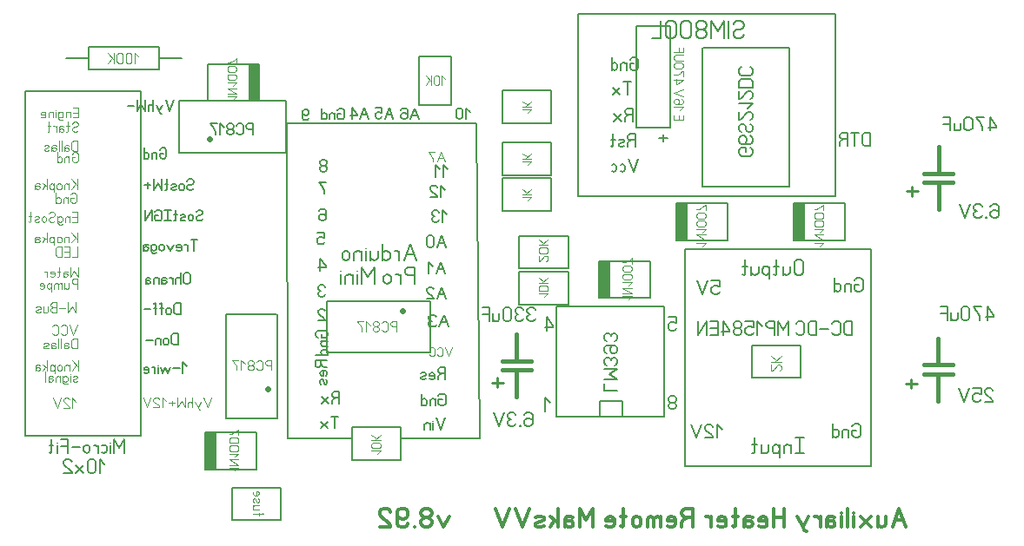
<source format=gbr>
%FSLAX34Y34*%
%MOMM*%
%LNSILK_BOTTOM*%
G71*
G01*
%ADD10C,0.156*%
%ADD11C,0.560*%
%ADD12C,0.133*%
%ADD13C,0.122*%
%ADD14C,0.167*%
%ADD15C,0.144*%
%ADD16C,0.111*%
%ADD17C,0.170*%
%ADD18C,0.200*%
%ADD19C,0.210*%
%ADD20C,0.222*%
%ADD21C,0.189*%
%ADD22C,0.400*%
%ADD23C,0.318*%
%ADD24C,0.100*%
%ADD25C,0.150*%
%LPD*%
G54D10*
X597418Y-179353D02*
X592751Y-191798D01*
X588084Y-179353D01*
G54D10*
X579996Y-185264D02*
X581863Y-184798D01*
X583729Y-185264D01*
X584663Y-186820D01*
X584663Y-189931D01*
X583729Y-191487D01*
X581863Y-191798D01*
X579996Y-191487D01*
G54D10*
X571907Y-185264D02*
X573774Y-184798D01*
X575640Y-185264D01*
X576574Y-186820D01*
X576574Y-189931D01*
X575640Y-191487D01*
X573774Y-191798D01*
X571907Y-191487D01*
G54D10*
X591215Y-161135D02*
X588415Y-162691D01*
X587482Y-164246D01*
X587482Y-167357D01*
G54D10*
X594948Y-167357D02*
X594948Y-154913D01*
X590282Y-154913D01*
X588415Y-155691D01*
X587482Y-157246D01*
X587482Y-158802D01*
X588415Y-160357D01*
X590282Y-161135D01*
X594948Y-161135D01*
G54D10*
X584060Y-166580D02*
X582193Y-167357D01*
X580326Y-167357D01*
X578460Y-166580D01*
X578460Y-165024D01*
X579393Y-164246D01*
X583126Y-163468D01*
X584060Y-162691D01*
X584060Y-161135D01*
X582193Y-160357D01*
X580326Y-160357D01*
X578460Y-161135D01*
G54D10*
X573171Y-154913D02*
X573171Y-166580D01*
X572238Y-167357D01*
X571304Y-167046D01*
G54D10*
X575038Y-160357D02*
X571304Y-160357D01*
G54D10*
X587084Y-116561D02*
X587084Y-104116D01*
G54D10*
X590817Y-104116D02*
X583350Y-104116D01*
G54D10*
X579928Y-109561D02*
X572461Y-116561D01*
G54D10*
X579928Y-116561D02*
X572461Y-109561D01*
G54D10*
X588373Y-136338D02*
X585573Y-137894D01*
X584640Y-139450D01*
X584640Y-142561D01*
G54D10*
X592106Y-142561D02*
X592106Y-130116D01*
X587440Y-130116D01*
X585573Y-130894D01*
X584640Y-132450D01*
X584640Y-134005D01*
X585573Y-135561D01*
X587440Y-136338D01*
X592106Y-136338D01*
G54D10*
X581218Y-135561D02*
X573751Y-142561D01*
G54D10*
X581218Y-142561D02*
X573751Y-135561D01*
G54D10*
X593290Y-86535D02*
X589557Y-86535D01*
X589557Y-90424D01*
X590490Y-91980D01*
X592357Y-92757D01*
X594224Y-92757D01*
X596090Y-91980D01*
X597024Y-90424D01*
X597024Y-82646D01*
X596090Y-81091D01*
X594224Y-80313D01*
X592357Y-80313D01*
X590490Y-81091D01*
X589557Y-82646D01*
G54D10*
X586134Y-92757D02*
X586134Y-85757D01*
G54D10*
X586134Y-87313D02*
X585201Y-86224D01*
X583334Y-85757D01*
X581468Y-86224D01*
X580534Y-87313D01*
X580534Y-92757D01*
G54D10*
X571512Y-92757D02*
X571512Y-80313D01*
G54D10*
X571512Y-87780D02*
X572446Y-86224D01*
X574312Y-85757D01*
X576179Y-86224D01*
X577112Y-87780D01*
X577112Y-90891D01*
X576179Y-92446D01*
X574312Y-92757D01*
X572446Y-92446D01*
X571512Y-90891D01*
G54D11*
X180140Y-159823D02*
X180140Y-159823D01*
G54D12*
X164495Y-207744D02*
X163695Y-209078D01*
X162095Y-209744D01*
X160495Y-209744D01*
X158895Y-209078D01*
X158095Y-207744D01*
X158095Y-206411D01*
X158895Y-205078D01*
X160495Y-204411D01*
X162095Y-204411D01*
X163695Y-203744D01*
X164495Y-202411D01*
X164495Y-201078D01*
X163695Y-199744D01*
X162095Y-199078D01*
X160495Y-199078D01*
X158895Y-199744D01*
X158095Y-201078D01*
G54D12*
X150362Y-208144D02*
X150362Y-205478D01*
X151162Y-204144D01*
X152762Y-203744D01*
X154362Y-204144D01*
X155162Y-205478D01*
X155162Y-208144D01*
X154362Y-209478D01*
X152762Y-209744D01*
X151162Y-209478D01*
X150362Y-208144D01*
G54D12*
X147429Y-209078D02*
X145829Y-209744D01*
X144229Y-209744D01*
X142629Y-209078D01*
X142629Y-207744D01*
X143429Y-207078D01*
X146629Y-206411D01*
X147429Y-205744D01*
X147429Y-204411D01*
X145829Y-203744D01*
X144229Y-203744D01*
X142629Y-204411D01*
G54D12*
X138096Y-199078D02*
X138096Y-209078D01*
X137296Y-209744D01*
X136496Y-209478D01*
G54D12*
X139696Y-203744D02*
X136496Y-203744D01*
G54D12*
X133563Y-199078D02*
X133563Y-209744D01*
X129563Y-203078D01*
X125563Y-209744D01*
X125563Y-199078D01*
G54D12*
X122630Y-205078D02*
X116230Y-205078D01*
G54D12*
X119430Y-202411D02*
X119430Y-207744D01*
G54D12*
X145330Y-121987D02*
X141330Y-132654D01*
X137330Y-121987D01*
G54D12*
X134397Y-126654D02*
X131197Y-132654D01*
X127997Y-126654D01*
G54D12*
X131197Y-132654D02*
X131997Y-134654D01*
X132797Y-135321D01*
X133597Y-135321D01*
G54D12*
X125064Y-132654D02*
X125064Y-121987D01*
G54D12*
X125064Y-128387D02*
X124264Y-127054D01*
X122664Y-126654D01*
X121064Y-127054D01*
X120264Y-128387D01*
X120264Y-132654D01*
G54D12*
X117331Y-121987D02*
X117331Y-132654D01*
X113331Y-125987D01*
X109331Y-132654D01*
X109331Y-121987D01*
G54D12*
X106398Y-127987D02*
X99998Y-127987D01*
G54D12*
X149354Y-360596D02*
X149354Y-349930D01*
X145354Y-349930D01*
X143754Y-350596D01*
X142954Y-351930D01*
X142954Y-358596D01*
X143754Y-359930D01*
X145354Y-360596D01*
X149354Y-360596D01*
G54D12*
X135221Y-358996D02*
X135221Y-356330D01*
X136021Y-354996D01*
X137621Y-354596D01*
X139221Y-354996D01*
X140021Y-356330D01*
X140021Y-358996D01*
X139221Y-360330D01*
X137621Y-360596D01*
X136021Y-360330D01*
X135221Y-358996D01*
G54D12*
X132288Y-360596D02*
X132288Y-354596D01*
G54D12*
X132288Y-355930D02*
X131488Y-354996D01*
X129888Y-354596D01*
X128288Y-354996D01*
X127488Y-355930D01*
X127488Y-360596D01*
G54D12*
X124555Y-355930D02*
X118155Y-355930D01*
G54D12*
X151876Y-330822D02*
X151876Y-320155D01*
X147876Y-320155D01*
X146276Y-320822D01*
X145476Y-322155D01*
X145476Y-328822D01*
X146276Y-330155D01*
X147876Y-330822D01*
X151876Y-330822D01*
G54D12*
X137743Y-329222D02*
X137743Y-326555D01*
X138543Y-325222D01*
X140143Y-324822D01*
X141743Y-325222D01*
X142543Y-326555D01*
X142543Y-329222D01*
X141743Y-330555D01*
X140143Y-330822D01*
X138543Y-330555D01*
X137743Y-329222D01*
G54D12*
X133210Y-330822D02*
X133210Y-320822D01*
X132410Y-320155D01*
X131610Y-320555D01*
G54D12*
X134810Y-324822D02*
X131610Y-324822D01*
G54D12*
X127077Y-330822D02*
X127077Y-320822D01*
X126277Y-320155D01*
X125477Y-320555D01*
G54D12*
X128677Y-324822D02*
X125477Y-324822D01*
G54D12*
X122544Y-326155D02*
X116144Y-326155D01*
G54D12*
X134742Y-173890D02*
X131542Y-173890D01*
X131542Y-177223D01*
X132342Y-178557D01*
X133942Y-179223D01*
X135542Y-179223D01*
X137142Y-178557D01*
X137942Y-177223D01*
X137942Y-170557D01*
X137142Y-169223D01*
X135542Y-168557D01*
X133942Y-168557D01*
X132342Y-169223D01*
X131542Y-170557D01*
G54D12*
X128609Y-179223D02*
X128609Y-173223D01*
G54D12*
X128609Y-174557D02*
X127809Y-173623D01*
X126209Y-173223D01*
X124609Y-173623D01*
X123809Y-174557D01*
X123809Y-179223D01*
G54D12*
X116076Y-179223D02*
X116076Y-168557D01*
G54D12*
X116076Y-174957D02*
X116876Y-173623D01*
X118476Y-173223D01*
X120076Y-173623D01*
X120876Y-174957D01*
X120876Y-177623D01*
X120076Y-178957D01*
X118476Y-179223D01*
X116876Y-178957D01*
X116076Y-177623D01*
G54D13*
X51585Y-171596D02*
X51585Y-161818D01*
X47918Y-161818D01*
X46451Y-162429D01*
X45718Y-163652D01*
X45718Y-169763D01*
X46451Y-170985D01*
X47918Y-171596D01*
X51585Y-171596D01*
G54D13*
X43029Y-166707D02*
X41562Y-166096D01*
X39802Y-166096D01*
X38629Y-167318D01*
X38629Y-171596D01*
G54D13*
X38629Y-169763D02*
X39362Y-168540D01*
X40829Y-168296D01*
X42295Y-168540D01*
X43029Y-169763D01*
X42735Y-170985D01*
X41562Y-171596D01*
X40829Y-171596D01*
X40535Y-171596D01*
X39362Y-170985D01*
X38629Y-169763D01*
G54D13*
X35940Y-171596D02*
X35940Y-161818D01*
G54D13*
X33251Y-171596D02*
X33251Y-161818D01*
G54D13*
X30562Y-166707D02*
X29095Y-166096D01*
X27335Y-166096D01*
X26162Y-167318D01*
X26162Y-171596D01*
G54D13*
X26162Y-169763D02*
X26895Y-168540D01*
X28362Y-168296D01*
X29828Y-168540D01*
X30562Y-169763D01*
X30268Y-170985D01*
X29095Y-171596D01*
X28362Y-171596D01*
X28068Y-171596D01*
X26895Y-170985D01*
X26162Y-169763D01*
G54D13*
X23473Y-170985D02*
X22006Y-171596D01*
X20539Y-171596D01*
X19073Y-170985D01*
X19073Y-169763D01*
X19806Y-169152D01*
X22739Y-168540D01*
X23473Y-167929D01*
X23473Y-166707D01*
X22006Y-166096D01*
X20539Y-166096D01*
X19073Y-166707D01*
G54D12*
X157926Y-381790D02*
X153926Y-377790D01*
X153926Y-388456D01*
G54D12*
X150993Y-383790D02*
X144593Y-383790D01*
G54D12*
X141660Y-382456D02*
X139260Y-388456D01*
X136860Y-382456D01*
X134460Y-388456D01*
X132860Y-382456D01*
G54D12*
X129927Y-388456D02*
X129927Y-382456D01*
G54D12*
X129927Y-380456D02*
X129927Y-380456D01*
G54D12*
X126994Y-388456D02*
X126994Y-382456D01*
G54D12*
X126994Y-383790D02*
X125394Y-382456D01*
X123794Y-382456D01*
G54D12*
X116061Y-387790D02*
X117341Y-388456D01*
X118941Y-388456D01*
X120541Y-387790D01*
X120861Y-386456D01*
X120861Y-384190D01*
X120061Y-382856D01*
X118461Y-382456D01*
X116861Y-382856D01*
X116061Y-383790D01*
X116061Y-385123D01*
X120861Y-385123D01*
G54D13*
X51087Y-364329D02*
X51087Y-354551D01*
X47420Y-354551D01*
X45954Y-355162D01*
X45220Y-356385D01*
X45220Y-362496D01*
X45954Y-363718D01*
X47420Y-364329D01*
X51087Y-364329D01*
G54D13*
X42531Y-359440D02*
X41064Y-358829D01*
X39304Y-358829D01*
X38131Y-360051D01*
X38131Y-364329D01*
G54D13*
X38131Y-362496D02*
X38864Y-361274D01*
X40331Y-361029D01*
X41798Y-361274D01*
X42531Y-362496D01*
X42238Y-363718D01*
X41064Y-364329D01*
X40331Y-364329D01*
X40038Y-364329D01*
X38864Y-363718D01*
X38131Y-362496D01*
G54D13*
X35442Y-364329D02*
X35442Y-354551D01*
G54D13*
X32753Y-364329D02*
X32753Y-354551D01*
G54D13*
X30064Y-359440D02*
X28597Y-358829D01*
X26837Y-358829D01*
X25664Y-360051D01*
X25664Y-364329D01*
G54D13*
X25664Y-362496D02*
X26397Y-361274D01*
X27864Y-361029D01*
X29331Y-361274D01*
X30064Y-362496D01*
X29771Y-363718D01*
X28597Y-364329D01*
X27864Y-364329D01*
X27571Y-364329D01*
X26397Y-363718D01*
X25664Y-362496D01*
G54D13*
X22975Y-363718D02*
X21508Y-364329D01*
X20042Y-364329D01*
X18575Y-363718D01*
X18575Y-362496D01*
X19308Y-361885D01*
X22242Y-361274D01*
X22975Y-360662D01*
X22975Y-359440D01*
X21508Y-358829D01*
X20042Y-358829D01*
X18575Y-359440D01*
G54D13*
X49905Y-416058D02*
X46239Y-412391D01*
X46239Y-422169D01*
G54D13*
X37683Y-422169D02*
X43549Y-422169D01*
X43549Y-421558D01*
X42816Y-420336D01*
X38416Y-416669D01*
X37683Y-415447D01*
X37683Y-414225D01*
X38416Y-413002D01*
X39883Y-412391D01*
X41349Y-412391D01*
X42816Y-413002D01*
X43549Y-414225D01*
G54D13*
X34993Y-412391D02*
X31327Y-422169D01*
X27660Y-412391D01*
G54D14*
X668741Y-297825D02*
X676741Y-297825D01*
X676741Y-303658D01*
X675741Y-303658D01*
X673741Y-302825D01*
X671741Y-302825D01*
X669741Y-303658D01*
X668741Y-305325D01*
X668741Y-308658D01*
X669741Y-310325D01*
X671741Y-311158D01*
X673741Y-311158D01*
X675741Y-310325D01*
X676741Y-308658D01*
G54D14*
X665074Y-297825D02*
X660074Y-311158D01*
X655074Y-297825D01*
G54D15*
X286464Y-230324D02*
X287330Y-228879D01*
X289064Y-228157D01*
X290797Y-228157D01*
X292530Y-228879D01*
X293397Y-230324D01*
X293397Y-233935D01*
X293397Y-234657D01*
X290797Y-233213D01*
X289064Y-233213D01*
X287330Y-233935D01*
X286464Y-235379D01*
X286464Y-237546D01*
X287330Y-238990D01*
X289064Y-239713D01*
X290797Y-239713D01*
X292530Y-238990D01*
X293397Y-237546D01*
X293397Y-233935D01*
G54D12*
X433497Y-133950D02*
X429497Y-129950D01*
X429497Y-140616D01*
G54D12*
X420164Y-131950D02*
X420164Y-138616D01*
X420964Y-139950D01*
X422564Y-140616D01*
X424164Y-140616D01*
X425764Y-139950D01*
X426564Y-138616D01*
X426564Y-131950D01*
X425764Y-130616D01*
X424164Y-129950D01*
X422564Y-129950D01*
X420964Y-130616D01*
X420164Y-131950D01*
G54D15*
X411736Y-189946D02*
X407402Y-185612D01*
X407402Y-197168D01*
G54D15*
X404225Y-189946D02*
X399892Y-185612D01*
X399892Y-197168D01*
G54D15*
X409487Y-209643D02*
X405154Y-205310D01*
X405154Y-216865D01*
G54D15*
X395043Y-216865D02*
X401976Y-216865D01*
X401976Y-216143D01*
X401109Y-214698D01*
X395909Y-210365D01*
X395043Y-208921D01*
X395043Y-207476D01*
X395909Y-206032D01*
X397643Y-205310D01*
X399376Y-205310D01*
X401109Y-206032D01*
X401976Y-207476D01*
G54D15*
X410820Y-233958D02*
X406486Y-229625D01*
X406486Y-241181D01*
G54D15*
X403309Y-231792D02*
X402442Y-230347D01*
X400709Y-229625D01*
X398975Y-229625D01*
X397242Y-230347D01*
X396375Y-231792D01*
X396375Y-233236D01*
X397242Y-234681D01*
X398975Y-235403D01*
X397242Y-236125D01*
X396375Y-237569D01*
X396375Y-239014D01*
X397242Y-240458D01*
X398975Y-241181D01*
X400709Y-241181D01*
X402442Y-240458D01*
X403309Y-239014D01*
G54D16*
X416128Y-363013D02*
X412795Y-371902D01*
X409462Y-363013D01*
G54D16*
X401684Y-370236D02*
X402351Y-371347D01*
X403684Y-371902D01*
X405017Y-371902D01*
X406351Y-371347D01*
X407017Y-370236D01*
X407017Y-364680D01*
X406351Y-363569D01*
X405017Y-363013D01*
X403684Y-363013D01*
X402351Y-363569D01*
X401684Y-364680D01*
G54D16*
X393907Y-370236D02*
X394574Y-371347D01*
X395907Y-371902D01*
X397240Y-371902D01*
X398574Y-371347D01*
X399240Y-370236D01*
X399240Y-364680D01*
X398574Y-363569D01*
X397240Y-363013D01*
X395907Y-363013D01*
X394574Y-363569D01*
X393907Y-364680D01*
G54D15*
X288568Y-379025D02*
X290013Y-381625D01*
X291457Y-382492D01*
X294346Y-382492D01*
G54D15*
X294346Y-375558D02*
X282791Y-375558D01*
X282791Y-379892D01*
X283513Y-381625D01*
X284957Y-382492D01*
X286402Y-382492D01*
X287846Y-381625D01*
X288568Y-379892D01*
X288568Y-375558D01*
G54D15*
X293624Y-390869D02*
X294346Y-389483D01*
X294346Y-387749D01*
X293624Y-386016D01*
X292179Y-385669D01*
X289724Y-385669D01*
X288279Y-386536D01*
X287846Y-388269D01*
X288279Y-390003D01*
X289291Y-390869D01*
X290735Y-390869D01*
X290735Y-385669D01*
G54D15*
X293624Y-394047D02*
X294346Y-395781D01*
X294346Y-397514D01*
X293624Y-399247D01*
X292179Y-399247D01*
X291457Y-398381D01*
X290735Y-394914D01*
X290013Y-394047D01*
X288568Y-394047D01*
X287846Y-395781D01*
X287846Y-397514D01*
X288568Y-399247D01*
G54D15*
X289186Y-350358D02*
X289186Y-353824D01*
X292797Y-353824D01*
X294241Y-352958D01*
X294963Y-351224D01*
X294963Y-349491D01*
X294241Y-347758D01*
X292797Y-346891D01*
X285574Y-346891D01*
X284130Y-347758D01*
X283408Y-349491D01*
X283408Y-351224D01*
X284130Y-352958D01*
X285574Y-353824D01*
G54D15*
X294963Y-357002D02*
X288463Y-357002D01*
G54D15*
X289908Y-357002D02*
X288897Y-357868D01*
X288463Y-359602D01*
X288897Y-361335D01*
X289908Y-362202D01*
X294963Y-362202D01*
G54D15*
X294963Y-370580D02*
X283408Y-370580D01*
G54D15*
X290341Y-370580D02*
X288897Y-369713D01*
X288463Y-367980D01*
X288897Y-366246D01*
X290341Y-365380D01*
X293230Y-365380D01*
X294674Y-366246D01*
X294963Y-367980D01*
X294674Y-369713D01*
X293230Y-370580D01*
G54D15*
X409647Y-431756D02*
X405314Y-443312D01*
X400980Y-431756D01*
G54D15*
X397802Y-443312D02*
X397802Y-436812D01*
G54D15*
X397802Y-434645D02*
X397802Y-434645D01*
G54D15*
X394624Y-443312D02*
X394624Y-436812D01*
G54D15*
X394624Y-438256D02*
X393757Y-437245D01*
X392024Y-436812D01*
X390291Y-437245D01*
X389424Y-438256D01*
X389424Y-443312D01*
G54D15*
X302812Y-412305D02*
X300212Y-413750D01*
X299345Y-415194D01*
X299345Y-418083D01*
G54D15*
X306279Y-418083D02*
X306279Y-406528D01*
X301945Y-406528D01*
X300212Y-407250D01*
X299345Y-408694D01*
X299345Y-410139D01*
X300212Y-411583D01*
X301945Y-412305D01*
X306279Y-412305D01*
G54D15*
X296168Y-411583D02*
X289234Y-418083D01*
G54D15*
X296168Y-418083D02*
X289234Y-411583D01*
G54D15*
X301605Y-442199D02*
X301605Y-430644D01*
G54D15*
X305072Y-430644D02*
X298139Y-430644D01*
G54D15*
X294961Y-435699D02*
X288028Y-442199D01*
G54D15*
X294961Y-442199D02*
X288028Y-435699D01*
G54D15*
X406402Y-414178D02*
X402935Y-414178D01*
X402935Y-417789D01*
X403802Y-419233D01*
X405535Y-419956D01*
X407268Y-419956D01*
X409002Y-419233D01*
X409868Y-417789D01*
X409868Y-410567D01*
X409002Y-409122D01*
X407268Y-408400D01*
X405535Y-408400D01*
X403802Y-409122D01*
X402935Y-410567D01*
G54D15*
X399757Y-419956D02*
X399757Y-413456D01*
G54D15*
X399757Y-414900D02*
X398891Y-413889D01*
X397157Y-413456D01*
X395424Y-413889D01*
X394557Y-414900D01*
X394557Y-419956D01*
G54D15*
X386179Y-419956D02*
X386179Y-408400D01*
G54D15*
X386179Y-415333D02*
X387046Y-413889D01*
X388779Y-413456D01*
X390513Y-413889D01*
X391379Y-415333D01*
X391379Y-418222D01*
X390513Y-419667D01*
X388779Y-419956D01*
X387046Y-419667D01*
X386179Y-418222D01*
G54D15*
X293758Y-201878D02*
X286825Y-201878D01*
X287692Y-203322D01*
X289425Y-205489D01*
X291158Y-208378D01*
X292025Y-210544D01*
X292025Y-213433D01*
G54D15*
X291797Y-185935D02*
X290064Y-185935D01*
X288331Y-185213D01*
X287464Y-183768D01*
X287464Y-182324D01*
X288331Y-180879D01*
X290064Y-180157D01*
X291797Y-180157D01*
X293531Y-180879D01*
X294397Y-182324D01*
X294397Y-183768D01*
X293531Y-185213D01*
X291797Y-185935D01*
X293531Y-186657D01*
X294397Y-188102D01*
X294397Y-189546D01*
X293531Y-190990D01*
X291797Y-191713D01*
X290064Y-191713D01*
X288331Y-190990D01*
X287464Y-189546D01*
X287464Y-188102D01*
X288331Y-186657D01*
X290064Y-185935D01*
G54D12*
X276739Y-139670D02*
X275939Y-141004D01*
X274339Y-141670D01*
X272739Y-141670D01*
X271139Y-141004D01*
X270339Y-139670D01*
X270339Y-136337D01*
X270339Y-135670D01*
X272739Y-137004D01*
X274339Y-137004D01*
X275939Y-136337D01*
X276739Y-135004D01*
X276739Y-133004D01*
X275939Y-131670D01*
X274339Y-131004D01*
X272739Y-131004D01*
X271139Y-131670D01*
X270339Y-133004D01*
X270339Y-136337D01*
G54D15*
X406008Y-388715D02*
X403408Y-390159D01*
X402542Y-391604D01*
X402542Y-394493D01*
G54D15*
X409475Y-394493D02*
X409475Y-382937D01*
X405142Y-382937D01*
X403408Y-383659D01*
X402542Y-385104D01*
X402542Y-386548D01*
X403408Y-387993D01*
X405142Y-388715D01*
X409475Y-388715D01*
G54D15*
X394164Y-393770D02*
X395551Y-394493D01*
X397284Y-394493D01*
X399017Y-393770D01*
X399364Y-392326D01*
X399364Y-389870D01*
X398497Y-388426D01*
X396764Y-387993D01*
X395031Y-388426D01*
X394164Y-389437D01*
X394164Y-390882D01*
X399364Y-390882D01*
G54D15*
X390986Y-393770D02*
X389253Y-394493D01*
X387519Y-394493D01*
X385786Y-393770D01*
X385786Y-392326D01*
X386653Y-391604D01*
X390119Y-390882D01*
X390986Y-390159D01*
X390986Y-388715D01*
X389253Y-387993D01*
X387519Y-387993D01*
X385786Y-388715D01*
G54D15*
X285530Y-337202D02*
X292463Y-337202D01*
X292463Y-336480D01*
X291596Y-335035D01*
X286396Y-330702D01*
X285530Y-329257D01*
X285530Y-327813D01*
X286396Y-326368D01*
X288130Y-325646D01*
X289863Y-325646D01*
X291596Y-326368D01*
X292463Y-327813D01*
G54D15*
X412435Y-343165D02*
X408102Y-331609D01*
X403768Y-343165D01*
G54D15*
X410702Y-338831D02*
X405502Y-338831D01*
G54D15*
X400590Y-333776D02*
X399723Y-332331D01*
X397990Y-331609D01*
X396257Y-331609D01*
X394523Y-332331D01*
X393657Y-333776D01*
X393657Y-335220D01*
X394523Y-336665D01*
X396257Y-337387D01*
X394523Y-338109D01*
X393657Y-339554D01*
X393657Y-340998D01*
X394523Y-342442D01*
X396257Y-343165D01*
X397990Y-343165D01*
X399723Y-342442D01*
X400590Y-340998D01*
G54D15*
X292484Y-304589D02*
X291617Y-303145D01*
X289884Y-302422D01*
X288150Y-302422D01*
X286417Y-303145D01*
X285550Y-304589D01*
X285550Y-306034D01*
X286417Y-307478D01*
X288150Y-308200D01*
X286417Y-308922D01*
X285550Y-310367D01*
X285550Y-311811D01*
X286417Y-313256D01*
X288150Y-313978D01*
X289884Y-313978D01*
X291617Y-313256D01*
X292484Y-311811D01*
G54D15*
X410525Y-316012D02*
X406191Y-304457D01*
X401858Y-316012D01*
G54D15*
X408791Y-311679D02*
X403591Y-311679D01*
G54D15*
X391746Y-316012D02*
X398680Y-316012D01*
X398680Y-315290D01*
X397813Y-313846D01*
X392613Y-309512D01*
X391746Y-308068D01*
X391746Y-306624D01*
X392613Y-305179D01*
X394346Y-304457D01*
X396080Y-304457D01*
X397813Y-305179D01*
X398680Y-306624D01*
G54D15*
X287802Y-288246D02*
X287802Y-276691D01*
X293002Y-283913D01*
X293002Y-285358D01*
X286069Y-285358D01*
G54D15*
X409636Y-291340D02*
X405302Y-279785D01*
X400969Y-291340D01*
G54D15*
X407902Y-287007D02*
X402702Y-287007D01*
G54D15*
X397791Y-284118D02*
X393457Y-279785D01*
X393457Y-291340D01*
G54D15*
X285164Y-251157D02*
X292097Y-251157D01*
X292097Y-256213D01*
X291230Y-256213D01*
X289497Y-255490D01*
X287764Y-255490D01*
X286030Y-256213D01*
X285164Y-257657D01*
X285164Y-260546D01*
X286030Y-261990D01*
X287764Y-262713D01*
X289497Y-262713D01*
X291230Y-261990D01*
X292097Y-260546D01*
G54D15*
X410343Y-265759D02*
X406010Y-254203D01*
X401677Y-265759D01*
G54D15*
X408610Y-261425D02*
X403410Y-261425D01*
G54D15*
X391565Y-256370D02*
X391565Y-263592D01*
X392432Y-265036D01*
X394165Y-265759D01*
X395898Y-265759D01*
X397632Y-265036D01*
X398498Y-263592D01*
X398498Y-256370D01*
X397632Y-254925D01*
X395898Y-254203D01*
X394165Y-254203D01*
X392432Y-254925D01*
X391565Y-256370D01*
G54D12*
X154934Y-292697D02*
X154934Y-299363D01*
X155734Y-300697D01*
X157334Y-301363D01*
X158934Y-301363D01*
X160534Y-300697D01*
X161334Y-299363D01*
X161334Y-292697D01*
X160534Y-291363D01*
X158934Y-290697D01*
X157334Y-290697D01*
X155734Y-291363D01*
X154934Y-292697D01*
G54D12*
X152001Y-301363D02*
X152001Y-290697D01*
G54D12*
X152001Y-297097D02*
X151201Y-295763D01*
X149601Y-295363D01*
X148001Y-295763D01*
X147201Y-297097D01*
X147201Y-301363D01*
G54D12*
X144268Y-301363D02*
X144268Y-295363D01*
G54D12*
X144268Y-296697D02*
X142668Y-295363D01*
X141068Y-295363D01*
G54D12*
X138135Y-296030D02*
X136535Y-295363D01*
X134615Y-295363D01*
X133335Y-296697D01*
X133335Y-301363D01*
G54D12*
X133335Y-299363D02*
X134135Y-298030D01*
X135735Y-297763D01*
X137335Y-298030D01*
X138135Y-299363D01*
X137815Y-300697D01*
X136535Y-301363D01*
X135735Y-301363D01*
X135415Y-301363D01*
X134135Y-300697D01*
X133335Y-299363D01*
G54D12*
X130402Y-301363D02*
X130402Y-295363D01*
G54D12*
X130402Y-296697D02*
X129602Y-295763D01*
X128002Y-295363D01*
X126402Y-295763D01*
X125602Y-296697D01*
X125602Y-301363D01*
G54D12*
X122669Y-296030D02*
X121069Y-295363D01*
X119149Y-295363D01*
X117869Y-296697D01*
X117869Y-301363D01*
G54D12*
X117869Y-299363D02*
X118669Y-298030D01*
X120269Y-297763D01*
X121869Y-298030D01*
X122669Y-299363D01*
X122349Y-300697D01*
X121069Y-301363D01*
X120269Y-301363D01*
X119949Y-301363D01*
X118669Y-300697D01*
X117869Y-299363D01*
G54D12*
X165041Y-268773D02*
X165041Y-258107D01*
G54D12*
X168241Y-258107D02*
X161841Y-258107D01*
G54D12*
X158908Y-268773D02*
X158908Y-262773D01*
G54D12*
X158908Y-264107D02*
X157308Y-262773D01*
X155708Y-262773D01*
G54D12*
X147975Y-268107D02*
X149255Y-268773D01*
X150855Y-268773D01*
X152455Y-268107D01*
X152775Y-266773D01*
X152775Y-264507D01*
X151975Y-263173D01*
X150375Y-262773D01*
X148775Y-263173D01*
X147975Y-264107D01*
X147975Y-265440D01*
X152775Y-265440D01*
G54D12*
X145042Y-262773D02*
X141842Y-268773D01*
X138642Y-262773D01*
G54D12*
X130909Y-267173D02*
X130909Y-264507D01*
X131709Y-263173D01*
X133309Y-262773D01*
X134909Y-263173D01*
X135709Y-264507D01*
X135709Y-267173D01*
X134909Y-268507D01*
X133309Y-268773D01*
X131709Y-268507D01*
X130909Y-267173D01*
G54D12*
X127976Y-270773D02*
X126376Y-271440D01*
X125256Y-271440D01*
X123656Y-270773D01*
X123176Y-269440D01*
X123176Y-262773D01*
G54D12*
X123176Y-264507D02*
X123976Y-263173D01*
X125576Y-262773D01*
X127176Y-263173D01*
X127976Y-264507D01*
X127976Y-267173D01*
X127176Y-268507D01*
X125576Y-268773D01*
X123976Y-268507D01*
X123176Y-267173D01*
G54D12*
X120243Y-263440D02*
X118643Y-262773D01*
X116723Y-262773D01*
X115443Y-264107D01*
X115443Y-268773D01*
G54D12*
X115443Y-266773D02*
X116243Y-265440D01*
X117843Y-265173D01*
X119443Y-265440D01*
X120243Y-266773D01*
X119923Y-268107D01*
X118643Y-268773D01*
X117843Y-268773D01*
X117523Y-268773D01*
X116243Y-268107D01*
X115443Y-266773D01*
G54D12*
X173426Y-237782D02*
X172626Y-239116D01*
X171026Y-239782D01*
X169426Y-239782D01*
X167826Y-239116D01*
X167026Y-237782D01*
X167026Y-236449D01*
X167826Y-235116D01*
X169426Y-234449D01*
X171026Y-234449D01*
X172626Y-233782D01*
X173426Y-232449D01*
X173426Y-231116D01*
X172626Y-229782D01*
X171026Y-229116D01*
X169426Y-229116D01*
X167826Y-229782D01*
X167026Y-231116D01*
G54D12*
X159294Y-238182D02*
X159294Y-235516D01*
X160094Y-234182D01*
X161694Y-233782D01*
X163294Y-234182D01*
X164094Y-235516D01*
X164094Y-238182D01*
X163294Y-239516D01*
X161694Y-239782D01*
X160094Y-239516D01*
X159294Y-238182D01*
G54D12*
X156360Y-239116D02*
X154760Y-239782D01*
X153160Y-239782D01*
X151560Y-239116D01*
X151560Y-237782D01*
X152360Y-237116D01*
X155560Y-236449D01*
X156360Y-235782D01*
X156360Y-234449D01*
X154760Y-233782D01*
X153160Y-233782D01*
X151560Y-234449D01*
G54D12*
X147028Y-229116D02*
X147028Y-239116D01*
X146228Y-239782D01*
X145428Y-239516D01*
G54D12*
X148628Y-233782D02*
X145428Y-233782D01*
G54D12*
X142494Y-239782D02*
X136094Y-239782D01*
G54D12*
X139294Y-239782D02*
X139294Y-229116D01*
G54D12*
X142494Y-229116D02*
X136094Y-229116D01*
G54D12*
X129962Y-234449D02*
X126762Y-234449D01*
X126762Y-237782D01*
X127562Y-239116D01*
X129162Y-239782D01*
X130762Y-239782D01*
X132362Y-239116D01*
X133162Y-237782D01*
X133162Y-231116D01*
X132362Y-229782D01*
X130762Y-229116D01*
X129162Y-229116D01*
X127562Y-229782D01*
X126762Y-231116D01*
G54D12*
X123828Y-239782D02*
X123828Y-229116D01*
X117428Y-239782D01*
X117428Y-229116D01*
G54D13*
X46290Y-240944D02*
X51423Y-240944D01*
X51423Y-231166D01*
X46290Y-231166D01*
G54D13*
X51423Y-236055D02*
X46290Y-236055D01*
G54D13*
X43601Y-240944D02*
X43601Y-235444D01*
G54D13*
X43601Y-236666D02*
X42868Y-235811D01*
X41401Y-235444D01*
X39934Y-235811D01*
X39201Y-236666D01*
X39201Y-240944D01*
G54D13*
X36512Y-242777D02*
X35045Y-243388D01*
X34019Y-243388D01*
X32552Y-242777D01*
X32112Y-241555D01*
X32112Y-235444D01*
G54D13*
X32112Y-237033D02*
X32845Y-235811D01*
X34312Y-235444D01*
X35779Y-235811D01*
X36512Y-237033D01*
X36512Y-239477D01*
X35779Y-240700D01*
X34312Y-240944D01*
X32845Y-240700D01*
X32112Y-239477D01*
G54D13*
X29423Y-239111D02*
X28690Y-240333D01*
X27223Y-240944D01*
X25756Y-240944D01*
X24290Y-240333D01*
X23556Y-239111D01*
X23556Y-237888D01*
X24290Y-236666D01*
X25756Y-236055D01*
X27223Y-236055D01*
X28690Y-235444D01*
X29423Y-234222D01*
X29423Y-233000D01*
X28690Y-231777D01*
X27223Y-231166D01*
X25756Y-231166D01*
X24290Y-231777D01*
X23556Y-233000D01*
G54D13*
X16467Y-239477D02*
X16467Y-237033D01*
X17200Y-235811D01*
X18667Y-235444D01*
X20134Y-235811D01*
X20867Y-237033D01*
X20867Y-239477D01*
X20134Y-240700D01*
X18667Y-240944D01*
X17200Y-240700D01*
X16467Y-239477D01*
G54D13*
X13778Y-240333D02*
X12311Y-240944D01*
X10845Y-240944D01*
X9378Y-240333D01*
X9378Y-239111D01*
X10111Y-238500D01*
X13045Y-237888D01*
X13778Y-237277D01*
X13778Y-236055D01*
X12311Y-235444D01*
X10845Y-235444D01*
X9378Y-236055D01*
G54D13*
X5222Y-231166D02*
X5222Y-240333D01*
X4489Y-240944D01*
X3756Y-240700D01*
G54D13*
X6689Y-235444D02*
X3756Y-235444D01*
G54D17*
X679167Y-443190D02*
X674167Y-438190D01*
X674167Y-451524D01*
G54D17*
X662467Y-451524D02*
X670467Y-451524D01*
X670467Y-450690D01*
X669467Y-449024D01*
X663467Y-444024D01*
X662467Y-442357D01*
X662467Y-440690D01*
X663467Y-439024D01*
X665467Y-438190D01*
X667467Y-438190D01*
X669467Y-439024D01*
X670467Y-440690D01*
G54D17*
X658767Y-438190D02*
X653767Y-451524D01*
X648767Y-438190D01*
G54D17*
X511854Y-417223D02*
X506854Y-412223D01*
X506854Y-425556D01*
G54D17*
X508512Y-346610D02*
X508512Y-333276D01*
X514512Y-341610D01*
X514512Y-343276D01*
X506512Y-343276D01*
G54D17*
X626856Y-333827D02*
X634856Y-333827D01*
X634856Y-339661D01*
X633856Y-339661D01*
X631856Y-338827D01*
X629856Y-338827D01*
X627856Y-339661D01*
X626856Y-341327D01*
X626856Y-344661D01*
X627856Y-346327D01*
X629856Y-347161D01*
X631856Y-347161D01*
X633856Y-346327D01*
X634856Y-344661D01*
G54D17*
X631807Y-416921D02*
X629807Y-416921D01*
X627807Y-416088D01*
X626807Y-414421D01*
X626807Y-412754D01*
X627807Y-411088D01*
X629807Y-410254D01*
X631807Y-410254D01*
X633807Y-411088D01*
X634807Y-412754D01*
X634807Y-414421D01*
X633807Y-416088D01*
X631807Y-416921D01*
X633807Y-417754D01*
X634807Y-419421D01*
X634807Y-421088D01*
X633807Y-422754D01*
X631807Y-423588D01*
X629807Y-423588D01*
X627807Y-422754D01*
X626807Y-421088D01*
X626807Y-419421D01*
X627807Y-417754D01*
X629807Y-416921D01*
G54D13*
X46934Y-139037D02*
X52067Y-139037D01*
X52067Y-129259D01*
X46934Y-129259D01*
G54D13*
X52067Y-134148D02*
X46934Y-134148D01*
G54D13*
X44245Y-139037D02*
X44245Y-133537D01*
G54D13*
X44245Y-134759D02*
X43512Y-133904D01*
X42045Y-133537D01*
X40579Y-133904D01*
X39845Y-134759D01*
X39845Y-139037D01*
G54D13*
X37156Y-140870D02*
X35690Y-141481D01*
X34663Y-141481D01*
X33196Y-140870D01*
X32756Y-139648D01*
X32756Y-133537D01*
G54D13*
X32756Y-135126D02*
X33490Y-133904D01*
X34956Y-133537D01*
X36423Y-133904D01*
X37156Y-135126D01*
X37156Y-137570D01*
X36423Y-138793D01*
X34956Y-139037D01*
X33490Y-138793D01*
X32756Y-137570D01*
G54D13*
X30067Y-139037D02*
X30067Y-133537D01*
G54D13*
X30067Y-131704D02*
X30067Y-131704D01*
G54D13*
X27378Y-139037D02*
X27378Y-133537D01*
G54D13*
X27378Y-134759D02*
X26645Y-133904D01*
X25178Y-133537D01*
X23712Y-133904D01*
X22978Y-134759D01*
X22978Y-139037D01*
G54D13*
X15889Y-138426D02*
X17063Y-139037D01*
X18529Y-139037D01*
X19996Y-138426D01*
X20289Y-137204D01*
X20289Y-135126D01*
X19556Y-133904D01*
X18089Y-133537D01*
X16623Y-133904D01*
X15889Y-134759D01*
X15889Y-135981D01*
X20289Y-135981D01*
G54D13*
X49484Y-319435D02*
X49484Y-329213D01*
X45817Y-323102D01*
X42150Y-329213D01*
X42150Y-319435D01*
G54D13*
X39462Y-324935D02*
X33595Y-324935D01*
G54D13*
X30906Y-329213D02*
X30906Y-319435D01*
X27239Y-319435D01*
X25772Y-320046D01*
X25039Y-321268D01*
X25039Y-322490D01*
X25772Y-323713D01*
X27239Y-324324D01*
X25772Y-324935D01*
X25039Y-326157D01*
X25039Y-327379D01*
X25772Y-328602D01*
X27239Y-329213D01*
X30906Y-329213D01*
G54D13*
X30906Y-324324D02*
X27239Y-324324D01*
G54D13*
X17950Y-323713D02*
X17950Y-329213D01*
G54D13*
X17950Y-327990D02*
X18683Y-328968D01*
X20150Y-329213D01*
X21616Y-328968D01*
X22350Y-327990D01*
X22350Y-323713D01*
G54D13*
X15260Y-328602D02*
X13794Y-329213D01*
X12327Y-329213D01*
X10860Y-328602D01*
X10860Y-327379D01*
X11594Y-326768D01*
X14527Y-326157D01*
X15260Y-325546D01*
X15260Y-324324D01*
X13794Y-323713D01*
X12327Y-323713D01*
X10860Y-324324D01*
G54D13*
X181745Y-412143D02*
X178078Y-421920D01*
X174411Y-412143D01*
G54D13*
X171723Y-416420D02*
X168789Y-421920D01*
X165856Y-416420D01*
G54D13*
X168789Y-421920D02*
X169523Y-423754D01*
X170256Y-424365D01*
X170989Y-424365D01*
G54D13*
X163167Y-421920D02*
X163167Y-412143D01*
G54D13*
X163167Y-418009D02*
X162433Y-416787D01*
X160967Y-416420D01*
X159500Y-416787D01*
X158767Y-418009D01*
X158767Y-421920D01*
G54D13*
X156078Y-412143D02*
X156078Y-421920D01*
X152411Y-415809D01*
X148744Y-421920D01*
X148744Y-412143D01*
G54D13*
X146056Y-417643D02*
X140189Y-417643D01*
G54D13*
X143122Y-415198D02*
X143122Y-420087D01*
G54D13*
X137500Y-415809D02*
X133833Y-412143D01*
X133833Y-421920D01*
G54D13*
X125277Y-421920D02*
X131144Y-421920D01*
X131144Y-421309D01*
X130410Y-420087D01*
X126010Y-416420D01*
X125277Y-415198D01*
X125277Y-413976D01*
X126010Y-412754D01*
X127477Y-412143D01*
X128944Y-412143D01*
X130410Y-412754D01*
X131144Y-413976D01*
G54D13*
X122588Y-412143D02*
X118921Y-421920D01*
X115254Y-412143D01*
G54D11*
X236734Y-403505D02*
X236734Y-403505D01*
G54D18*
X150058Y-123716D02*
X150058Y-173424D01*
X254508Y-173424D01*
X254508Y-122960D01*
X150185Y-122960D01*
G54D12*
X222161Y-155744D02*
X222161Y-145077D01*
X218161Y-145077D01*
X216561Y-145744D01*
X215761Y-147077D01*
X215761Y-148411D01*
X216561Y-149744D01*
X218161Y-150411D01*
X222161Y-150411D01*
G54D12*
X206428Y-153744D02*
X207228Y-155077D01*
X208828Y-155744D01*
X210428Y-155744D01*
X212028Y-155077D01*
X212828Y-153744D01*
X212828Y-147077D01*
X212028Y-145744D01*
X210428Y-145077D01*
X208828Y-145077D01*
X207228Y-145744D01*
X206428Y-147077D01*
G54D12*
X199495Y-150411D02*
X201095Y-150411D01*
X202695Y-149744D01*
X203495Y-148411D01*
X203495Y-147077D01*
X202695Y-145744D01*
X201095Y-145077D01*
X199495Y-145077D01*
X197895Y-145744D01*
X197095Y-147077D01*
X197095Y-148411D01*
X197895Y-149744D01*
X199495Y-150411D01*
X197895Y-151077D01*
X197095Y-152411D01*
X197095Y-153744D01*
X197895Y-155077D01*
X199495Y-155744D01*
X201095Y-155744D01*
X202695Y-155077D01*
X203495Y-153744D01*
X203495Y-152411D01*
X202695Y-151077D01*
X201095Y-150411D01*
G54D12*
X194162Y-149077D02*
X190162Y-145077D01*
X190162Y-155744D01*
G54D12*
X187229Y-145077D02*
X180829Y-145077D01*
X181629Y-146411D01*
X183229Y-148411D01*
X184829Y-151077D01*
X185629Y-153077D01*
X185629Y-155744D01*
G54D13*
X240018Y-385508D02*
X240018Y-375730D01*
X236352Y-375730D01*
X234885Y-376341D01*
X234152Y-377564D01*
X234152Y-378786D01*
X234885Y-380008D01*
X236352Y-380619D01*
X240018Y-380619D01*
G54D13*
X225596Y-383675D02*
X226329Y-384897D01*
X227796Y-385508D01*
X229262Y-385508D01*
X230729Y-384897D01*
X231462Y-383675D01*
X231462Y-377564D01*
X230729Y-376341D01*
X229262Y-375730D01*
X227796Y-375730D01*
X226329Y-376341D01*
X225596Y-377564D01*
G54D13*
X219240Y-380619D02*
X220706Y-380619D01*
X222173Y-380008D01*
X222906Y-378786D01*
X222906Y-377564D01*
X222173Y-376341D01*
X220706Y-375730D01*
X219240Y-375730D01*
X217773Y-376341D01*
X217040Y-377564D01*
X217040Y-378786D01*
X217773Y-380008D01*
X219240Y-380619D01*
X217773Y-381230D01*
X217040Y-382452D01*
X217040Y-383675D01*
X217773Y-384897D01*
X219240Y-385508D01*
X220706Y-385508D01*
X222173Y-384897D01*
X222906Y-383675D01*
X222906Y-382452D01*
X222173Y-381230D01*
X220706Y-380619D01*
G54D13*
X214350Y-379397D02*
X210684Y-375730D01*
X210684Y-385508D01*
G54D13*
X207994Y-375730D02*
X202128Y-375730D01*
X202861Y-376952D01*
X204328Y-378786D01*
X205794Y-381230D01*
X206528Y-383064D01*
X206528Y-385508D01*
G54D18*
X517636Y-323881D02*
X517636Y-431164D01*
X622736Y-431164D01*
X622736Y-323564D01*
X517839Y-323564D01*
G54D17*
X577341Y-405292D02*
X564008Y-405292D01*
X564008Y-398292D01*
G54D17*
X564008Y-394592D02*
X577341Y-394592D01*
X569008Y-389592D01*
X577341Y-384592D01*
X564008Y-384592D01*
G54D17*
X574841Y-380892D02*
X576508Y-379892D01*
X577341Y-377892D01*
X577341Y-375892D01*
X576508Y-373892D01*
X574841Y-372892D01*
X573174Y-372892D01*
X571508Y-373892D01*
X570674Y-375892D01*
X569841Y-373892D01*
X568174Y-372892D01*
X566508Y-372892D01*
X564841Y-373892D01*
X564008Y-375892D01*
X564008Y-377892D01*
X564841Y-379892D01*
X566508Y-380892D01*
G54D17*
X566508Y-369192D02*
X564841Y-368192D01*
X564008Y-366192D01*
X564008Y-364192D01*
X564841Y-362192D01*
X566508Y-361192D01*
X570674Y-361192D01*
X571508Y-361192D01*
X569841Y-364192D01*
X569841Y-366192D01*
X570674Y-368192D01*
X572341Y-369192D01*
X574841Y-369192D01*
X576508Y-368192D01*
X577341Y-366192D01*
X577341Y-364192D01*
X576508Y-362192D01*
X574841Y-361192D01*
X570674Y-361192D01*
G54D17*
X574841Y-357492D02*
X576508Y-356492D01*
X577341Y-354492D01*
X577341Y-352492D01*
X576508Y-350492D01*
X574841Y-349492D01*
X573175Y-349492D01*
X571508Y-350492D01*
X570674Y-352492D01*
X569841Y-350492D01*
X568174Y-349492D01*
X566508Y-349492D01*
X564841Y-350492D01*
X564008Y-352492D01*
X564008Y-354492D01*
X564841Y-356492D01*
X566508Y-357492D01*
G54D18*
X538499Y-37708D02*
X538499Y-215874D01*
X789218Y-215874D01*
X789218Y-37724D01*
X538514Y-37724D01*
G54D19*
X700441Y-58314D02*
X699174Y-60425D01*
X696641Y-61481D01*
X694108Y-61481D01*
X691574Y-60425D01*
X690308Y-58314D01*
X690308Y-56203D01*
X691574Y-54092D01*
X694108Y-53036D01*
X696641Y-53036D01*
X699174Y-51981D01*
X700441Y-49870D01*
X700441Y-47758D01*
X699174Y-45647D01*
X696641Y-44592D01*
X694108Y-44592D01*
X691574Y-45647D01*
X690308Y-47758D01*
G54D19*
X685741Y-61481D02*
X685741Y-44592D01*
G54D19*
X681141Y-61481D02*
X681141Y-44592D01*
X674808Y-55147D01*
X668474Y-44592D01*
X668474Y-61481D01*
G54D19*
X657508Y-53036D02*
X660041Y-53036D01*
X662574Y-51981D01*
X663841Y-49870D01*
X663841Y-47758D01*
X662574Y-45647D01*
X660041Y-44592D01*
X657508Y-44592D01*
X654974Y-45647D01*
X653708Y-47758D01*
X653708Y-49870D01*
X654974Y-51981D01*
X657508Y-53036D01*
X654974Y-54092D01*
X653708Y-56203D01*
X653708Y-58314D01*
X654974Y-60425D01*
X657508Y-61481D01*
X660041Y-61481D01*
X662574Y-60425D01*
X663841Y-58314D01*
X663841Y-56203D01*
X662574Y-54092D01*
X660041Y-53036D01*
G54D19*
X639008Y-47758D02*
X639008Y-58314D01*
X640274Y-60425D01*
X642808Y-61481D01*
X645341Y-61481D01*
X647874Y-60425D01*
X649141Y-58314D01*
X649141Y-47758D01*
X647874Y-45647D01*
X645341Y-44592D01*
X642808Y-44592D01*
X640274Y-45647D01*
X639008Y-47758D01*
G54D19*
X624308Y-47758D02*
X624308Y-58314D01*
X625574Y-60425D01*
X628108Y-61481D01*
X630641Y-61481D01*
X633174Y-60425D01*
X634441Y-58314D01*
X634441Y-47758D01*
X633174Y-45647D01*
X630641Y-44592D01*
X628108Y-44592D01*
X625574Y-45647D01*
X624308Y-47758D01*
G54D19*
X619741Y-44592D02*
X619741Y-61481D01*
X610874Y-61481D01*
G54D17*
X940367Y-151836D02*
X940367Y-138503D01*
X946367Y-146836D01*
X946367Y-148503D01*
X938367Y-148503D01*
G54D17*
X934667Y-138503D02*
X926667Y-138503D01*
X927667Y-140169D01*
X929667Y-142669D01*
X931667Y-146003D01*
X932667Y-148503D01*
X932667Y-151836D01*
G54D17*
X914967Y-141003D02*
X914967Y-149336D01*
X915967Y-151003D01*
X917967Y-151836D01*
X919967Y-151836D01*
X921967Y-151003D01*
X922967Y-149336D01*
X922967Y-141003D01*
X921967Y-139336D01*
X919967Y-138503D01*
X917967Y-138503D01*
X915967Y-139336D01*
X914967Y-141003D01*
G54D17*
X905267Y-144336D02*
X905267Y-151836D01*
G54D17*
X905267Y-150169D02*
X906267Y-151503D01*
X908267Y-151836D01*
X910267Y-151503D01*
X911267Y-150169D01*
X911267Y-144336D01*
G54D17*
X901567Y-151836D02*
X901567Y-138503D01*
X894567Y-138503D01*
G54D17*
X901567Y-145169D02*
X894567Y-145169D01*
G54D18*
X643276Y-267164D02*
X643276Y-478926D01*
X824076Y-478926D01*
X824076Y-267193D01*
X643108Y-267193D01*
G54D14*
X806010Y-350827D02*
X806010Y-337493D01*
X801010Y-337493D01*
X799010Y-338327D01*
X798010Y-339993D01*
X798010Y-348327D01*
X799010Y-349993D01*
X801010Y-350827D01*
X806010Y-350827D01*
G54D14*
X786343Y-348327D02*
X787343Y-349993D01*
X789343Y-350827D01*
X791343Y-350827D01*
X793343Y-349993D01*
X794343Y-348327D01*
X794343Y-339993D01*
X793343Y-338327D01*
X791343Y-337493D01*
X789343Y-337493D01*
X787343Y-338327D01*
X786343Y-339993D01*
G54D14*
X782676Y-344993D02*
X774676Y-344993D01*
G54D14*
X771009Y-350827D02*
X771009Y-337493D01*
X766009Y-337493D01*
X764009Y-338327D01*
X763009Y-339993D01*
X763009Y-348327D01*
X764009Y-349993D01*
X766009Y-350827D01*
X771009Y-350827D01*
G54D14*
X751342Y-348327D02*
X752342Y-349993D01*
X754342Y-350827D01*
X756342Y-350827D01*
X758342Y-349993D01*
X759342Y-348327D01*
X759342Y-339993D01*
X758342Y-338327D01*
X756342Y-337493D01*
X754342Y-337493D01*
X752342Y-338327D01*
X751342Y-339993D01*
G54D14*
X743808Y-350827D02*
X743808Y-337493D01*
X738808Y-345827D01*
X733808Y-337493D01*
X733808Y-350827D01*
G54D14*
X730141Y-350827D02*
X730141Y-337493D01*
X725141Y-337493D01*
X723141Y-338327D01*
X722141Y-339993D01*
X722141Y-341660D01*
X723141Y-343327D01*
X725141Y-344160D01*
X730141Y-344160D01*
G54D14*
X718474Y-342493D02*
X713474Y-337493D01*
X713474Y-350827D01*
G54D14*
X701807Y-337493D02*
X709807Y-337493D01*
X709807Y-343327D01*
X708807Y-343327D01*
X706807Y-342493D01*
X704807Y-342493D01*
X702807Y-343327D01*
X701807Y-344993D01*
X701807Y-348327D01*
X702807Y-349993D01*
X704807Y-350827D01*
X706807Y-350827D01*
X708807Y-349993D01*
X709807Y-348327D01*
G54D14*
X693140Y-344160D02*
X695140Y-344160D01*
X697140Y-343327D01*
X698140Y-341660D01*
X698140Y-339993D01*
X697140Y-338327D01*
X695140Y-337493D01*
X693140Y-337493D01*
X691140Y-338327D01*
X690140Y-339993D01*
X690140Y-341660D01*
X691140Y-343327D01*
X693140Y-344160D01*
X691140Y-344993D01*
X690140Y-346660D01*
X690140Y-348327D01*
X691140Y-349993D01*
X693140Y-350827D01*
X695140Y-350827D01*
X697140Y-349993D01*
X698140Y-348327D01*
X698140Y-346660D01*
X697140Y-344993D01*
X695140Y-344160D01*
G54D14*
X680473Y-350827D02*
X680473Y-337493D01*
X686473Y-345827D01*
X686473Y-347493D01*
X678473Y-347493D01*
G54D14*
X667806Y-350827D02*
X674806Y-350827D01*
X674806Y-337493D01*
X667806Y-337493D01*
G54D14*
X674806Y-344160D02*
X667806Y-344160D01*
G54D14*
X664139Y-350827D02*
X664139Y-337493D01*
X656139Y-350827D01*
X656139Y-337493D01*
G54D18*
X255221Y-145549D02*
X256121Y-451924D01*
X318439Y-451924D01*
G54D18*
X381266Y-278228D02*
X375266Y-262228D01*
X369266Y-278228D01*
G54D18*
X378866Y-272228D02*
X371666Y-272228D01*
G54D18*
X364866Y-278228D02*
X364866Y-269228D01*
G54D18*
X364866Y-271228D02*
X362466Y-269228D01*
X360066Y-269228D01*
G54D18*
X348466Y-278228D02*
X348466Y-262228D01*
G54D18*
X348466Y-271828D02*
X349666Y-269828D01*
X352066Y-269228D01*
X354466Y-269828D01*
X355666Y-271828D01*
X355666Y-275828D01*
X354466Y-277828D01*
X352066Y-278228D01*
X349666Y-277828D01*
X348466Y-275828D01*
G54D18*
X336866Y-269228D02*
X336866Y-278228D01*
G54D18*
X336866Y-276228D02*
X338066Y-277828D01*
X340466Y-278228D01*
X342866Y-277828D01*
X344066Y-276228D01*
X344066Y-269228D01*
G54D18*
X332466Y-278228D02*
X332466Y-269228D01*
G54D18*
X332466Y-266228D02*
X332466Y-266228D01*
G54D18*
X328066Y-278228D02*
X328066Y-269228D01*
G54D18*
X328066Y-271228D02*
X326866Y-269828D01*
X324466Y-269228D01*
X322066Y-269828D01*
X320866Y-271228D01*
X320866Y-278228D01*
G54D18*
X309266Y-275828D02*
X309266Y-271828D01*
X310466Y-269828D01*
X312866Y-269228D01*
X315266Y-269828D01*
X316466Y-271828D01*
X316466Y-275828D01*
X315266Y-277828D01*
X312866Y-278228D01*
X310466Y-277828D01*
X309266Y-275828D01*
G54D18*
X379804Y-300893D02*
X379804Y-284893D01*
X373804Y-284893D01*
X371404Y-285893D01*
X370204Y-287893D01*
X370204Y-289893D01*
X371404Y-291893D01*
X373804Y-292893D01*
X379804Y-292893D01*
G54D18*
X365804Y-300893D02*
X365804Y-291893D01*
G54D18*
X365804Y-293893D02*
X363404Y-291893D01*
X361004Y-291893D01*
G54D18*
X349404Y-298493D02*
X349404Y-294493D01*
X350604Y-292493D01*
X353004Y-291893D01*
X355404Y-292493D01*
X356604Y-294493D01*
X356604Y-298493D01*
X355404Y-300493D01*
X353004Y-300893D01*
X350604Y-300493D01*
X349404Y-298493D01*
G54D18*
X340404Y-300893D02*
X340404Y-284893D01*
X334404Y-294893D01*
X328404Y-284893D01*
X328404Y-300893D01*
G54D18*
X324004Y-300893D02*
X324004Y-291893D01*
G54D18*
X324004Y-288893D02*
X324004Y-288893D01*
G54D18*
X319604Y-300893D02*
X319604Y-291893D01*
G54D18*
X319604Y-293893D02*
X318404Y-292493D01*
X316004Y-291893D01*
X313604Y-292493D01*
X312404Y-293893D01*
X312404Y-300893D01*
G54D18*
X308004Y-300893D02*
X308004Y-291893D01*
G54D18*
X308004Y-288893D02*
X308004Y-288893D01*
G54D11*
X367734Y-327682D02*
X367734Y-327682D01*
G54D13*
X51771Y-385916D02*
X51771Y-376139D01*
G54D13*
X51771Y-382861D02*
X45904Y-376139D01*
G54D13*
X49571Y-381028D02*
X45904Y-385916D01*
G54D13*
X43215Y-385916D02*
X43215Y-380416D01*
G54D13*
X43215Y-381639D02*
X42481Y-380783D01*
X41015Y-380416D01*
X39548Y-380783D01*
X38815Y-381639D01*
X38815Y-385916D01*
G54D13*
X31726Y-384450D02*
X31726Y-382005D01*
X32459Y-380783D01*
X33926Y-380416D01*
X35392Y-380783D01*
X36126Y-382005D01*
X36126Y-384450D01*
X35392Y-385672D01*
X33926Y-385916D01*
X32459Y-385672D01*
X31726Y-384450D01*
G54D13*
X29037Y-380416D02*
X29037Y-388361D01*
G54D13*
X29037Y-384083D02*
X28303Y-385672D01*
X26837Y-385916D01*
X25370Y-385672D01*
X24637Y-384450D01*
X24637Y-382005D01*
X25370Y-380783D01*
X26837Y-380416D01*
X28303Y-380783D01*
X29037Y-382250D01*
G54D13*
X21948Y-385916D02*
X21948Y-376139D01*
G54D13*
X19748Y-382250D02*
X17548Y-385916D01*
G54D13*
X21948Y-383472D02*
X17548Y-380416D01*
G54D13*
X14859Y-381028D02*
X13392Y-380416D01*
X11632Y-380416D01*
X10459Y-381639D01*
X10459Y-385916D01*
G54D13*
X10459Y-384083D02*
X11192Y-382861D01*
X12659Y-382616D01*
X14125Y-382861D01*
X14859Y-384083D01*
X14565Y-385305D01*
X13392Y-385916D01*
X12659Y-385916D01*
X12365Y-385916D01*
X11192Y-385305D01*
X10459Y-384083D01*
G54D13*
X51344Y-208995D02*
X51344Y-199217D01*
G54D13*
X51344Y-205939D02*
X45478Y-199217D01*
G54D13*
X49144Y-204106D02*
X45478Y-208995D01*
G54D13*
X42788Y-208995D02*
X42788Y-203495D01*
G54D13*
X42788Y-204717D02*
X42055Y-203861D01*
X40588Y-203495D01*
X39122Y-203861D01*
X38388Y-204717D01*
X38388Y-208995D01*
G54D13*
X31299Y-207528D02*
X31299Y-205084D01*
X32033Y-203861D01*
X33499Y-203495D01*
X34966Y-203861D01*
X35699Y-205084D01*
X35699Y-207528D01*
X34966Y-208750D01*
X33499Y-208995D01*
X32033Y-208750D01*
X31299Y-207528D01*
G54D13*
X28610Y-203495D02*
X28610Y-211439D01*
G54D13*
X28610Y-207161D02*
X27877Y-208750D01*
X26410Y-208995D01*
X24944Y-208750D01*
X24210Y-207528D01*
X24210Y-205084D01*
X24944Y-203861D01*
X26410Y-203495D01*
X27877Y-203861D01*
X28610Y-205328D01*
G54D13*
X21521Y-208995D02*
X21521Y-199217D01*
G54D13*
X19321Y-205328D02*
X17121Y-208995D01*
G54D13*
X21521Y-206550D02*
X17121Y-203495D01*
G54D13*
X14432Y-204106D02*
X12966Y-203495D01*
X11206Y-203495D01*
X10032Y-204717D01*
X10032Y-208995D01*
G54D13*
X10032Y-207161D02*
X10766Y-205939D01*
X12232Y-205695D01*
X13699Y-205939D01*
X14432Y-207161D01*
X14139Y-208384D01*
X12966Y-208995D01*
X12232Y-208995D01*
X11939Y-208995D01*
X10766Y-208384D01*
X10032Y-207161D01*
G54D13*
X361985Y-347628D02*
X361985Y-337851D01*
X358318Y-337851D01*
X356852Y-338462D01*
X356118Y-339684D01*
X356118Y-340906D01*
X356852Y-342128D01*
X358318Y-342740D01*
X361985Y-342740D01*
G54D13*
X347562Y-345795D02*
X348296Y-347017D01*
X349762Y-347628D01*
X351229Y-347628D01*
X352696Y-347017D01*
X353429Y-345795D01*
X353429Y-339684D01*
X352696Y-338462D01*
X351229Y-337851D01*
X349762Y-337851D01*
X348296Y-338462D01*
X347562Y-339684D01*
G54D13*
X341206Y-342740D02*
X342673Y-342740D01*
X344140Y-342128D01*
X344873Y-340906D01*
X344873Y-339684D01*
X344140Y-338462D01*
X342673Y-337851D01*
X341206Y-337851D01*
X339740Y-338462D01*
X339006Y-339684D01*
X339006Y-340906D01*
X339740Y-342128D01*
X341206Y-342740D01*
X339740Y-343351D01*
X339006Y-344573D01*
X339006Y-345795D01*
X339740Y-347017D01*
X341206Y-347628D01*
X342673Y-347628D01*
X344140Y-347017D01*
X344873Y-345795D01*
X344873Y-344573D01*
X344140Y-343351D01*
X342673Y-342740D01*
G54D13*
X336317Y-341517D02*
X332650Y-337851D01*
X332650Y-347628D01*
G54D13*
X329961Y-337851D02*
X324094Y-337851D01*
X324828Y-339073D01*
X326294Y-340906D01*
X327761Y-343351D01*
X328494Y-345184D01*
X328494Y-347628D01*
G54D13*
X51375Y-260943D02*
X51375Y-251166D01*
G54D13*
X51375Y-257888D02*
X45509Y-251166D01*
G54D13*
X49175Y-256055D02*
X45509Y-260943D01*
G54D13*
X42819Y-260943D02*
X42819Y-255443D01*
G54D13*
X42819Y-256666D02*
X42086Y-255810D01*
X40619Y-255443D01*
X39153Y-255810D01*
X38419Y-256666D01*
X38419Y-260943D01*
G54D13*
X31330Y-259477D02*
X31330Y-257032D01*
X32064Y-255810D01*
X33530Y-255443D01*
X34997Y-255810D01*
X35730Y-257032D01*
X35730Y-259477D01*
X34997Y-260699D01*
X33530Y-260943D01*
X32064Y-260699D01*
X31330Y-259477D01*
G54D13*
X28641Y-255443D02*
X28641Y-263388D01*
G54D13*
X28641Y-259110D02*
X27908Y-260699D01*
X26441Y-260943D01*
X24975Y-260699D01*
X24241Y-259477D01*
X24241Y-257032D01*
X24975Y-255810D01*
X26441Y-255443D01*
X27908Y-255810D01*
X28641Y-257277D01*
G54D13*
X21552Y-260943D02*
X21552Y-251166D01*
G54D13*
X19352Y-257277D02*
X17152Y-260943D01*
G54D13*
X21552Y-258499D02*
X17152Y-255443D01*
G54D13*
X14463Y-256055D02*
X12997Y-255443D01*
X11237Y-255443D01*
X10063Y-256666D01*
X10063Y-260943D01*
G54D13*
X10063Y-259110D02*
X10797Y-257888D01*
X12263Y-257643D01*
X13730Y-257888D01*
X14463Y-259110D01*
X14170Y-260332D01*
X12997Y-260943D01*
X12263Y-260943D01*
X11970Y-260943D01*
X10797Y-260332D01*
X10063Y-259110D01*
G54D16*
X659823Y-264495D02*
X663157Y-261162D01*
X654267Y-261162D01*
G54D16*
X654267Y-258718D02*
X663156Y-258718D01*
X654267Y-253385D01*
X663156Y-253385D01*
G54D16*
X659823Y-250941D02*
X663156Y-247608D01*
X654267Y-247608D01*
G54D16*
X661490Y-239830D02*
X655934Y-239831D01*
X654823Y-240497D01*
X654267Y-241831D01*
X654268Y-243164D01*
X654823Y-244497D01*
X655934Y-245164D01*
X661490Y-245164D01*
X662601Y-244497D01*
X663156Y-243164D01*
X663156Y-241831D01*
X662601Y-240497D01*
X661490Y-239830D01*
G54D16*
X661490Y-232054D02*
X655934Y-232054D01*
X654823Y-232720D01*
X654268Y-234054D01*
X654268Y-235387D01*
X654823Y-236720D01*
X655934Y-237387D01*
X661490Y-237387D01*
X662601Y-236720D01*
X663156Y-235387D01*
X663156Y-234054D01*
X662601Y-232720D01*
X661490Y-232054D01*
G54D16*
X663156Y-229610D02*
X663156Y-224277D01*
X662045Y-224944D01*
X660378Y-226277D01*
X658156Y-227610D01*
X656490Y-228277D01*
X654267Y-228277D01*
G54D10*
X823080Y-166458D02*
X823080Y-154014D01*
X818413Y-154014D01*
X816547Y-154791D01*
X815613Y-156347D01*
X815613Y-164125D01*
X816547Y-165680D01*
X818413Y-166458D01*
X823080Y-166458D01*
G54D10*
X808458Y-166458D02*
X808458Y-154014D01*
G54D10*
X812191Y-154014D02*
X804724Y-154014D01*
G54D10*
X797569Y-160236D02*
X794769Y-161791D01*
X793835Y-163347D01*
X793835Y-166458D01*
G54D10*
X801302Y-166458D02*
X801302Y-154014D01*
X796635Y-154014D01*
X794769Y-154791D01*
X793835Y-156347D01*
X793835Y-157902D01*
X794769Y-159458D01*
X796635Y-160236D01*
X801302Y-160236D01*
G54D17*
X937639Y-336764D02*
X937639Y-323430D01*
X943639Y-331764D01*
X943639Y-333430D01*
X935639Y-333430D01*
G54D17*
X931939Y-323430D02*
X923939Y-323430D01*
X924939Y-325097D01*
X926939Y-327597D01*
X928939Y-330930D01*
X929939Y-333430D01*
X929939Y-336764D01*
G54D17*
X912239Y-325930D02*
X912239Y-334264D01*
X913239Y-335930D01*
X915239Y-336764D01*
X917239Y-336764D01*
X919239Y-335930D01*
X920239Y-334264D01*
X920239Y-325930D01*
X919239Y-324264D01*
X917239Y-323430D01*
X915239Y-323430D01*
X913239Y-324264D01*
X912239Y-325930D01*
G54D17*
X902539Y-329264D02*
X902539Y-336764D01*
G54D17*
X902539Y-335097D02*
X903539Y-336430D01*
X905539Y-336764D01*
X907539Y-336430D01*
X908539Y-335097D01*
X908539Y-329264D01*
G54D17*
X898839Y-336764D02*
X898839Y-323430D01*
X891839Y-323430D01*
G54D17*
X898839Y-330097D02*
X891839Y-330097D01*
G54D12*
X307848Y-135432D02*
X304648Y-135432D01*
X304648Y-138766D01*
X305448Y-140099D01*
X307048Y-140766D01*
X308648Y-140766D01*
X310248Y-140099D01*
X311048Y-138766D01*
X311048Y-132099D01*
X310248Y-130766D01*
X308648Y-130099D01*
X307048Y-130099D01*
X305448Y-130766D01*
X304648Y-132099D01*
G54D12*
X301715Y-140766D02*
X301715Y-134766D01*
G54D12*
X301715Y-136099D02*
X300915Y-135166D01*
X299315Y-134766D01*
X297715Y-135166D01*
X296915Y-136099D01*
X296915Y-140766D01*
G54D12*
X289182Y-140766D02*
X289182Y-130099D01*
G54D12*
X289182Y-136499D02*
X289982Y-135166D01*
X291582Y-134766D01*
X293182Y-135166D01*
X293982Y-136499D01*
X293982Y-139166D01*
X293182Y-140499D01*
X291582Y-140766D01*
X289982Y-140499D01*
X289182Y-139166D01*
G54D12*
X334433Y-140101D02*
X330433Y-129434D01*
X326433Y-140101D01*
G54D12*
X332833Y-136101D02*
X328033Y-136101D01*
G54D12*
X318700Y-140101D02*
X318700Y-129434D01*
X323500Y-136101D01*
X323500Y-137434D01*
X317100Y-137434D01*
G54D12*
X358772Y-140156D02*
X354772Y-129489D01*
X350772Y-140156D01*
G54D12*
X357172Y-136156D02*
X352372Y-136156D01*
G54D12*
X341439Y-129489D02*
X347839Y-129489D01*
X347839Y-134156D01*
X347039Y-134156D01*
X345439Y-133489D01*
X343839Y-133489D01*
X342239Y-134156D01*
X341439Y-135489D01*
X341439Y-138156D01*
X342239Y-139489D01*
X343839Y-140156D01*
X345439Y-140156D01*
X347039Y-139489D01*
X347839Y-138156D01*
G54D12*
X383872Y-140625D02*
X379872Y-129958D01*
X375872Y-140625D01*
G54D12*
X382272Y-136625D02*
X377472Y-136625D01*
G54D12*
X366539Y-131958D02*
X367339Y-130625D01*
X368939Y-129958D01*
X370539Y-129958D01*
X372139Y-130625D01*
X372939Y-131958D01*
X372939Y-135292D01*
X372939Y-135958D01*
X370539Y-134625D01*
X368939Y-134625D01*
X367339Y-135292D01*
X366539Y-136625D01*
X366539Y-138625D01*
X367339Y-139958D01*
X368939Y-140625D01*
X370539Y-140625D01*
X372139Y-139958D01*
X372939Y-138625D01*
X372939Y-135292D01*
G54D13*
X409058Y-182116D02*
X405391Y-172338D01*
X401725Y-182116D01*
G54D13*
X407591Y-178449D02*
X403191Y-178449D01*
G54D13*
X399036Y-172338D02*
X393169Y-172338D01*
X393903Y-173560D01*
X395369Y-175394D01*
X396836Y-177838D01*
X397569Y-179672D01*
X397569Y-182116D01*
G54D13*
X110490Y-79805D02*
X106824Y-76138D01*
X106824Y-85916D01*
G54D13*
X98268Y-77971D02*
X98268Y-84082D01*
X99001Y-85305D01*
X100468Y-85916D01*
X101934Y-85916D01*
X103401Y-85305D01*
X104134Y-84082D01*
X104134Y-77971D01*
X103401Y-76749D01*
X101934Y-76138D01*
X100468Y-76138D01*
X99001Y-76749D01*
X98268Y-77971D01*
G54D13*
X89712Y-77971D02*
X89712Y-84082D01*
X90445Y-85305D01*
X91912Y-85916D01*
X93378Y-85916D01*
X94845Y-85305D01*
X95578Y-84082D01*
X95578Y-77971D01*
X94845Y-76749D01*
X93378Y-76138D01*
X91912Y-76138D01*
X90445Y-76749D01*
X89712Y-77971D01*
G54D13*
X87022Y-85916D02*
X87022Y-76138D01*
G54D13*
X87022Y-82860D02*
X81156Y-76138D01*
G54D13*
X84822Y-81027D02*
X81156Y-85916D01*
G54D14*
X940507Y-225892D02*
X941507Y-224226D01*
X943507Y-223392D01*
X945507Y-223392D01*
X947507Y-224226D01*
X948507Y-225892D01*
X948507Y-230059D01*
X948507Y-230892D01*
X945507Y-229226D01*
X943507Y-229226D01*
X941507Y-230059D01*
X940507Y-231726D01*
X940507Y-234226D01*
X941507Y-235892D01*
X943507Y-236726D01*
X945507Y-236726D01*
X947507Y-235892D01*
X948507Y-234226D01*
X948507Y-230059D01*
G54D14*
X936840Y-236726D02*
X936040Y-236726D01*
X936040Y-236059D01*
X936840Y-236059D01*
X936840Y-236726D01*
G54D14*
X932373Y-225892D02*
X931373Y-224226D01*
X929373Y-223392D01*
X927373Y-223392D01*
X925373Y-224226D01*
X924373Y-225892D01*
X924373Y-227559D01*
X925373Y-229226D01*
X927373Y-230059D01*
X925373Y-230892D01*
X924373Y-232559D01*
X924373Y-234226D01*
X925373Y-235892D01*
X927373Y-236726D01*
X929373Y-236726D01*
X931373Y-235892D01*
X932373Y-234226D01*
G54D14*
X920706Y-223392D02*
X915706Y-236726D01*
X910706Y-223392D01*
G54D14*
X935148Y-416074D02*
X943148Y-416074D01*
X943148Y-415240D01*
X942148Y-413574D01*
X936148Y-408574D01*
X935148Y-406907D01*
X935148Y-405240D01*
X936148Y-403574D01*
X938148Y-402740D01*
X940148Y-402740D01*
X942148Y-403574D01*
X943148Y-405240D01*
G54D14*
X923481Y-402740D02*
X931481Y-402740D01*
X931481Y-408574D01*
X930481Y-408574D01*
X928481Y-407740D01*
X926481Y-407740D01*
X924481Y-408574D01*
X923481Y-410240D01*
X923481Y-413574D01*
X924481Y-415240D01*
X926481Y-416074D01*
X928481Y-416074D01*
X930481Y-415240D01*
X931481Y-413574D01*
G54D14*
X919814Y-402740D02*
X914814Y-416074D01*
X909814Y-402740D01*
G54D20*
X858979Y-211023D02*
X869646Y-211023D01*
G54D20*
X864312Y-206578D02*
X864312Y-215467D01*
G54D20*
X858190Y-398479D02*
X868856Y-398479D01*
G54D20*
X863523Y-394035D02*
X863523Y-402924D01*
G54D18*
X660380Y-72025D02*
X660380Y-206868D01*
X745049Y-206868D01*
X745049Y-71677D01*
X744701Y-71328D01*
X661077Y-71328D01*
X660380Y-72025D01*
G54D14*
X702466Y-172551D02*
X702466Y-168551D01*
X698299Y-168551D01*
X696632Y-169551D01*
X695799Y-171551D01*
X695799Y-173551D01*
X696632Y-175551D01*
X698299Y-176551D01*
X706632Y-176551D01*
X708299Y-175551D01*
X709132Y-173551D01*
X709132Y-171551D01*
X708299Y-169551D01*
X706632Y-168551D01*
G54D14*
X706632Y-156884D02*
X708299Y-157884D01*
X709132Y-159884D01*
X709132Y-161884D01*
X708299Y-163884D01*
X706632Y-164884D01*
X702466Y-164884D01*
X701632Y-164884D01*
X703299Y-161884D01*
X703299Y-159884D01*
X702466Y-157884D01*
X700799Y-156884D01*
X698299Y-156884D01*
X696632Y-157884D01*
X695799Y-159884D01*
X695799Y-161884D01*
X696632Y-163884D01*
X698299Y-164884D01*
X702466Y-164884D01*
G54D14*
X698299Y-153217D02*
X696632Y-152217D01*
X695799Y-150217D01*
X695799Y-148217D01*
X696632Y-146217D01*
X698299Y-145217D01*
X699966Y-145217D01*
X701632Y-146217D01*
X702466Y-148217D01*
X702466Y-150217D01*
X703299Y-152217D01*
X704966Y-153217D01*
X706632Y-153217D01*
X708299Y-152217D01*
X709132Y-150217D01*
X709132Y-148217D01*
X708299Y-146217D01*
X706632Y-145217D01*
G54D14*
X695799Y-133550D02*
X695799Y-141550D01*
X696632Y-141550D01*
X698299Y-140550D01*
X703299Y-134550D01*
X704966Y-133550D01*
X706632Y-133550D01*
X708299Y-134550D01*
X709132Y-136550D01*
X709132Y-138550D01*
X708299Y-140550D01*
X706632Y-141550D01*
G54D14*
X704132Y-129883D02*
X709132Y-124883D01*
X695799Y-124883D01*
G54D14*
X695799Y-113216D02*
X695799Y-121216D01*
X696632Y-121216D01*
X698299Y-120216D01*
X703299Y-114216D01*
X704966Y-113216D01*
X706632Y-113216D01*
X708299Y-114216D01*
X709132Y-116216D01*
X709132Y-118216D01*
X708299Y-120216D01*
X706632Y-121216D01*
G54D14*
X695799Y-109549D02*
X709132Y-109549D01*
X709132Y-104549D01*
X708299Y-102549D01*
X706632Y-101549D01*
X698299Y-101549D01*
X696632Y-102549D01*
X695799Y-104549D01*
X695799Y-109549D01*
G54D14*
X698299Y-89882D02*
X696632Y-90882D01*
X695799Y-92882D01*
X695799Y-94882D01*
X696632Y-96882D01*
X698299Y-97882D01*
X706632Y-97882D01*
X708299Y-96882D01*
X709132Y-94882D01*
X709132Y-92882D01*
X708299Y-90882D01*
X706632Y-89882D01*
G54D18*
X245327Y-331143D02*
X195619Y-331143D01*
X195619Y-432418D01*
X246083Y-432418D01*
X246083Y-331269D01*
G54D18*
X293975Y-318176D02*
X293975Y-368572D01*
X395250Y-368572D01*
X395250Y-318109D01*
X294340Y-318109D01*
G54D14*
X812252Y-301872D02*
X808252Y-301872D01*
X808252Y-306039D01*
X809252Y-307706D01*
X811252Y-308539D01*
X813252Y-308539D01*
X815252Y-307706D01*
X816252Y-306039D01*
X816252Y-297706D01*
X815252Y-296039D01*
X813252Y-295206D01*
X811252Y-295206D01*
X809252Y-296039D01*
X808252Y-297706D01*
G54D14*
X804585Y-308539D02*
X804585Y-301039D01*
G54D14*
X804585Y-302706D02*
X803585Y-301539D01*
X801585Y-301039D01*
X799585Y-301539D01*
X798585Y-302706D01*
X798585Y-308539D01*
G54D14*
X788918Y-308539D02*
X788918Y-295206D01*
G54D14*
X788918Y-303206D02*
X789918Y-301539D01*
X791918Y-301039D01*
X793918Y-301539D01*
X794918Y-303206D01*
X794918Y-306539D01*
X793918Y-308206D01*
X791918Y-308539D01*
X789918Y-308206D01*
X788918Y-306539D01*
G54D14*
X810013Y-444170D02*
X806013Y-444170D01*
X806013Y-448336D01*
X807013Y-450003D01*
X809013Y-450836D01*
X811013Y-450836D01*
X813013Y-450003D01*
X814013Y-448336D01*
X814013Y-440003D01*
X813013Y-438336D01*
X811013Y-437503D01*
X809013Y-437503D01*
X807013Y-438336D01*
X806013Y-440003D01*
G54D14*
X802346Y-450836D02*
X802346Y-443336D01*
G54D14*
X802346Y-445003D02*
X801346Y-443836D01*
X799346Y-443336D01*
X797346Y-443836D01*
X796346Y-445003D01*
X796346Y-450836D01*
G54D14*
X786679Y-450836D02*
X786679Y-437503D01*
G54D14*
X786679Y-445503D02*
X787679Y-443836D01*
X789679Y-443336D01*
X791679Y-443836D01*
X792679Y-445503D01*
X792679Y-448836D01*
X791679Y-450503D01*
X789679Y-450836D01*
X787679Y-450503D01*
X786679Y-448836D01*
G54D18*
X61924Y-91996D02*
X61924Y-69771D01*
X131005Y-69771D01*
X131005Y-91996D01*
X61924Y-91996D01*
G54D18*
X152817Y-80838D02*
X131045Y-80925D01*
G54D21*
X759242Y-466607D02*
X750176Y-466607D01*
G54D21*
X754709Y-466607D02*
X754709Y-451496D01*
G54D21*
X759242Y-451496D02*
X750176Y-451496D01*
G54D21*
X746019Y-466607D02*
X746019Y-458107D01*
G54D21*
X746019Y-459996D02*
X744886Y-458674D01*
X742619Y-458107D01*
X740353Y-458674D01*
X739219Y-459996D01*
X739219Y-466607D01*
G54D21*
X735063Y-458107D02*
X735063Y-470385D01*
G54D21*
X735063Y-463774D02*
X733930Y-466230D01*
X731663Y-466607D01*
X729397Y-466230D01*
X728263Y-464340D01*
X728263Y-460563D01*
X729397Y-458674D01*
X731663Y-458107D01*
X733930Y-458674D01*
X735063Y-460940D01*
G54D21*
X717307Y-458107D02*
X717307Y-466607D01*
G54D21*
X717307Y-464718D02*
X718441Y-466230D01*
X720707Y-466607D01*
X722974Y-466230D01*
X724107Y-464718D01*
X724107Y-458107D01*
G54D21*
X710885Y-451496D02*
X710885Y-465663D01*
X709751Y-466607D01*
X708618Y-466230D01*
G54D21*
X713151Y-458107D02*
X708618Y-458107D01*
G54D21*
X749354Y-280291D02*
X749354Y-289735D01*
X750487Y-291624D01*
X752754Y-292569D01*
X755021Y-292569D01*
X757287Y-291624D01*
X758421Y-289735D01*
X758421Y-280291D01*
X757287Y-278402D01*
X755021Y-277458D01*
X752754Y-277458D01*
X750487Y-278402D01*
X749354Y-280291D01*
G54D21*
X738398Y-284069D02*
X738398Y-292569D01*
G54D21*
X738398Y-290680D02*
X739531Y-292191D01*
X741798Y-292569D01*
X744064Y-292191D01*
X745198Y-290680D01*
X745198Y-284069D01*
G54D21*
X731975Y-277458D02*
X731975Y-291624D01*
X730842Y-292569D01*
X729708Y-292191D01*
G54D21*
X734242Y-284069D02*
X729708Y-284069D01*
G54D21*
X725553Y-284069D02*
X725553Y-296346D01*
G54D21*
X725553Y-289735D02*
X724419Y-292191D01*
X722153Y-292569D01*
X719886Y-292191D01*
X718753Y-290302D01*
X718753Y-286524D01*
X719886Y-284635D01*
X722153Y-284069D01*
X724419Y-284635D01*
X725553Y-286902D01*
G54D21*
X707797Y-284069D02*
X707797Y-292569D01*
G54D21*
X707797Y-290680D02*
X708930Y-292191D01*
X711197Y-292569D01*
X713463Y-292191D01*
X714597Y-290680D01*
X714597Y-284069D01*
G54D21*
X701374Y-277458D02*
X701374Y-291624D01*
X700241Y-292569D01*
X699107Y-292191D01*
G54D21*
X703641Y-284069D02*
X699107Y-284069D01*
G54D18*
X559654Y-431164D02*
X581879Y-431164D01*
X581879Y-415289D01*
X559654Y-415289D01*
X559654Y-431164D01*
G54D22*
X889895Y-228533D02*
X889895Y-203543D01*
X890231Y-203208D01*
G54D22*
X875798Y-202589D02*
X903839Y-202589D01*
G54D22*
X889875Y-167523D02*
X889875Y-192513D01*
X890211Y-192848D01*
G54D22*
X875778Y-193467D02*
X903819Y-193467D01*
G54D22*
X889679Y-415472D02*
X889679Y-390483D01*
X890015Y-390147D01*
G54D22*
X875582Y-389529D02*
X903623Y-389529D01*
G54D22*
X889659Y-354463D02*
X889659Y-379452D01*
X889995Y-379788D01*
G54D22*
X875562Y-380406D02*
X903603Y-380406D01*
G54D14*
X97154Y-466115D02*
X97154Y-452782D01*
X92154Y-461115D01*
X87154Y-452782D01*
X87154Y-466115D01*
G54D14*
X83487Y-466115D02*
X83487Y-458615D01*
G54D14*
X83487Y-456115D02*
X83487Y-456115D01*
G54D14*
X74820Y-459115D02*
X76820Y-458615D01*
X78820Y-459115D01*
X79820Y-460782D01*
X79820Y-464115D01*
X78820Y-465782D01*
X76820Y-466115D01*
X74820Y-465782D01*
G54D14*
X71153Y-466115D02*
X71153Y-458615D01*
G54D14*
X71153Y-460282D02*
X69153Y-458615D01*
X67153Y-458615D01*
G54D14*
X57486Y-464115D02*
X57486Y-460782D01*
X58486Y-459115D01*
X60486Y-458615D01*
X62486Y-459115D01*
X63486Y-460782D01*
X63486Y-464115D01*
X62486Y-465782D01*
X60486Y-466115D01*
X58486Y-465782D01*
X57486Y-464115D01*
G54D14*
X53819Y-460282D02*
X45819Y-460282D01*
G54D14*
X42152Y-466115D02*
X42152Y-452782D01*
X35152Y-452782D01*
G54D14*
X42152Y-459449D02*
X35152Y-459449D01*
G54D14*
X31485Y-466115D02*
X31485Y-458615D01*
G54D14*
X31485Y-456115D02*
X31485Y-456115D01*
G54D14*
X25818Y-452782D02*
X25818Y-465282D01*
X24818Y-466115D01*
X23818Y-465782D01*
G54D14*
X27818Y-458615D02*
X23818Y-458615D01*
G54D14*
X77862Y-477450D02*
X72862Y-472450D01*
X72862Y-485784D01*
G54D14*
X61195Y-474950D02*
X61195Y-483284D01*
X62195Y-484950D01*
X64195Y-485784D01*
X66195Y-485784D01*
X68195Y-484950D01*
X69195Y-483284D01*
X69195Y-474950D01*
X68195Y-473284D01*
X66195Y-472450D01*
X64195Y-472450D01*
X62195Y-473284D01*
X61195Y-474950D01*
G54D14*
X57528Y-478284D02*
X49528Y-485784D01*
G54D14*
X57528Y-485784D02*
X49528Y-478284D01*
G54D14*
X37861Y-485784D02*
X45861Y-485784D01*
X45861Y-484950D01*
X44861Y-483284D01*
X38861Y-478284D01*
X37861Y-476617D01*
X37861Y-474950D01*
X38861Y-473284D01*
X40861Y-472450D01*
X42861Y-472450D01*
X44861Y-473284D01*
X45861Y-474950D01*
G54D13*
X51717Y-284829D02*
X51717Y-294607D01*
X48050Y-288496D01*
X44383Y-294607D01*
X44383Y-284829D01*
G54D13*
X41695Y-289718D02*
X40228Y-289107D01*
X38468Y-289107D01*
X37295Y-290329D01*
X37295Y-294607D01*
G54D13*
X37295Y-292774D02*
X38028Y-291552D01*
X39495Y-291307D01*
X40961Y-291552D01*
X41695Y-292774D01*
X41401Y-293996D01*
X40228Y-294607D01*
X39495Y-294607D01*
X39201Y-294607D01*
X38028Y-293996D01*
X37295Y-292774D01*
G54D13*
X33139Y-284829D02*
X33139Y-293996D01*
X32406Y-294607D01*
X31672Y-294363D01*
G54D13*
X34606Y-289107D02*
X31672Y-289107D01*
G54D13*
X24584Y-293996D02*
X25757Y-294607D01*
X27224Y-294607D01*
X28690Y-293996D01*
X28984Y-292774D01*
X28984Y-290696D01*
X28250Y-289474D01*
X26784Y-289107D01*
X25317Y-289474D01*
X24584Y-290329D01*
X24584Y-291552D01*
X28984Y-291552D01*
G54D13*
X21895Y-294607D02*
X21895Y-289107D01*
G54D13*
X21895Y-290329D02*
X20428Y-289107D01*
X18961Y-289107D01*
G54D23*
X858353Y-538253D02*
X851686Y-520475D01*
X845020Y-538253D01*
G54D23*
X855686Y-531586D02*
X847686Y-531586D01*
G54D23*
X830798Y-528253D02*
X830798Y-538253D01*
G54D23*
X830798Y-536031D02*
X832131Y-537808D01*
X834798Y-538253D01*
X837465Y-537808D01*
X838798Y-536031D01*
X838798Y-528253D01*
G54D23*
X824576Y-528253D02*
X813909Y-538253D01*
G54D23*
X824576Y-538253D02*
X813909Y-528253D01*
G54D23*
X807687Y-538253D02*
X807687Y-528253D01*
G54D23*
X807687Y-524920D02*
X807687Y-524920D01*
G54D23*
X801465Y-538253D02*
X801465Y-520475D01*
G54D23*
X795243Y-538253D02*
X795243Y-528253D01*
G54D23*
X795243Y-524920D02*
X795243Y-524920D01*
G54D23*
X789021Y-529364D02*
X786354Y-528253D01*
X783154Y-528253D01*
X781021Y-530475D01*
X781021Y-538253D01*
G54D23*
X781021Y-534920D02*
X782354Y-532698D01*
X785021Y-532253D01*
X787688Y-532698D01*
X789021Y-534920D01*
X788488Y-537142D01*
X786354Y-538253D01*
X785021Y-538253D01*
X784488Y-538253D01*
X782354Y-537142D01*
X781021Y-534920D01*
G54D23*
X774799Y-538253D02*
X774799Y-528253D01*
G54D23*
X774799Y-530475D02*
X772132Y-528253D01*
X769466Y-528253D01*
G54D23*
X763244Y-528253D02*
X757911Y-538253D01*
X752577Y-528253D01*
G54D23*
X757911Y-538253D02*
X759244Y-541586D01*
X760577Y-542698D01*
X761911Y-542698D01*
G54D23*
X739866Y-538253D02*
X739866Y-520475D01*
G54D23*
X729199Y-538253D02*
X729199Y-520475D01*
G54D23*
X739866Y-529364D02*
X729199Y-529364D01*
G54D23*
X714977Y-537142D02*
X717110Y-538253D01*
X719777Y-538253D01*
X722444Y-537142D01*
X722977Y-534920D01*
X722977Y-531142D01*
X721644Y-528920D01*
X718977Y-528253D01*
X716310Y-528920D01*
X714977Y-530475D01*
X714977Y-532698D01*
X722977Y-532698D01*
G54D23*
X708755Y-529364D02*
X706088Y-528253D01*
X702888Y-528253D01*
X700755Y-530475D01*
X700755Y-538253D01*
G54D23*
X700755Y-534920D02*
X702088Y-532698D01*
X704755Y-532253D01*
X707422Y-532698D01*
X708755Y-534920D01*
X708222Y-537142D01*
X706088Y-538253D01*
X704755Y-538253D01*
X704222Y-538253D01*
X702088Y-537142D01*
X700755Y-534920D01*
G54D23*
X691866Y-520475D02*
X691866Y-537142D01*
X690533Y-538253D01*
X689200Y-537808D01*
G54D23*
X694533Y-528253D02*
X689200Y-528253D01*
G54D23*
X674978Y-537142D02*
X677111Y-538253D01*
X679778Y-538253D01*
X682445Y-537142D01*
X682978Y-534920D01*
X682978Y-531142D01*
X681645Y-528920D01*
X678978Y-528253D01*
X676311Y-528920D01*
X674978Y-530475D01*
X674978Y-532698D01*
X682978Y-532698D01*
G54D23*
X668756Y-538253D02*
X668756Y-528253D01*
G54D23*
X668756Y-530475D02*
X666089Y-528253D01*
X663423Y-528253D01*
G54D23*
X645378Y-529364D02*
X641378Y-531586D01*
X640045Y-533808D01*
X640045Y-538253D01*
G54D23*
X650712Y-538253D02*
X650712Y-520475D01*
X644045Y-520475D01*
X641378Y-521586D01*
X640045Y-523808D01*
X640045Y-526031D01*
X641378Y-528253D01*
X644045Y-529364D01*
X650712Y-529364D01*
G54D23*
X625823Y-537142D02*
X627956Y-538253D01*
X630623Y-538253D01*
X633290Y-537142D01*
X633823Y-534920D01*
X633823Y-531142D01*
X632490Y-528920D01*
X629823Y-528253D01*
X627156Y-528920D01*
X625823Y-530475D01*
X625823Y-532698D01*
X633823Y-532698D01*
G54D23*
X619601Y-538253D02*
X619601Y-528253D01*
G54D23*
X619601Y-530031D02*
X616934Y-528253D01*
X614268Y-528920D01*
X612934Y-530475D01*
X612934Y-538253D01*
G54D23*
X612934Y-530031D02*
X610268Y-528253D01*
X607601Y-528920D01*
X606268Y-530475D01*
X606268Y-538253D01*
G54D23*
X592046Y-535586D02*
X592046Y-531142D01*
X593379Y-528920D01*
X596046Y-528253D01*
X598712Y-528920D01*
X600046Y-531142D01*
X600046Y-535586D01*
X598712Y-537808D01*
X596046Y-538253D01*
X593379Y-537808D01*
X592046Y-535586D01*
G54D23*
X583157Y-520475D02*
X583157Y-537142D01*
X581824Y-538253D01*
X580490Y-537808D01*
G54D23*
X585824Y-528253D02*
X580490Y-528253D01*
G54D23*
X566269Y-537142D02*
X568402Y-538253D01*
X571069Y-538253D01*
X573736Y-537142D01*
X574269Y-534920D01*
X574269Y-531142D01*
X572936Y-528920D01*
X570269Y-528253D01*
X567602Y-528920D01*
X566269Y-530475D01*
X566269Y-532698D01*
X574269Y-532698D01*
G54D23*
X553558Y-538253D02*
X553558Y-520475D01*
X546891Y-531586D01*
X540224Y-520475D01*
X540224Y-538253D01*
G54D23*
X534003Y-529364D02*
X531336Y-528253D01*
X528136Y-528253D01*
X526003Y-530475D01*
X526003Y-538253D01*
G54D23*
X526003Y-534920D02*
X527336Y-532698D01*
X530003Y-532253D01*
X532670Y-532698D01*
X534003Y-534920D01*
X533470Y-537142D01*
X531336Y-538253D01*
X530003Y-538253D01*
X529470Y-538253D01*
X527336Y-537142D01*
X526003Y-534920D01*
G54D23*
X519781Y-538253D02*
X519781Y-520475D01*
G54D23*
X515781Y-531586D02*
X511781Y-538253D01*
G54D23*
X519781Y-533808D02*
X511781Y-528253D01*
G54D23*
X505559Y-537142D02*
X502892Y-538253D01*
X500226Y-538253D01*
X497559Y-537142D01*
X497559Y-534920D01*
X498892Y-533808D01*
X504226Y-532698D01*
X505559Y-531586D01*
X505559Y-529364D01*
X502892Y-528253D01*
X500226Y-528253D01*
X497559Y-529364D01*
G54D23*
X491337Y-520475D02*
X484670Y-538253D01*
X478004Y-520475D01*
G54D23*
X471782Y-520475D02*
X465115Y-538253D01*
X458448Y-520475D01*
G54D23*
X413293Y-528253D02*
X407960Y-538253D01*
X402626Y-528253D01*
G54D23*
X389737Y-529364D02*
X392404Y-529364D01*
X395070Y-528253D01*
X396404Y-526031D01*
X396404Y-523808D01*
X395070Y-521586D01*
X392404Y-520475D01*
X389737Y-520475D01*
X387070Y-521586D01*
X385737Y-523808D01*
X385737Y-526031D01*
X387070Y-528253D01*
X389737Y-529364D01*
X387070Y-530475D01*
X385737Y-532698D01*
X385737Y-534920D01*
X387070Y-537142D01*
X389737Y-538253D01*
X392404Y-538253D01*
X395070Y-537142D01*
X396404Y-534920D01*
X396404Y-532698D01*
X395070Y-530475D01*
X392404Y-529364D01*
G54D23*
X379515Y-538253D02*
X379515Y-538253D01*
G54D23*
X373293Y-534920D02*
X371960Y-537142D01*
X369293Y-538253D01*
X366626Y-538253D01*
X363960Y-537142D01*
X362626Y-534920D01*
X362626Y-529364D01*
X362626Y-528253D01*
X366626Y-530475D01*
X369293Y-530475D01*
X371960Y-529364D01*
X373293Y-527142D01*
X373293Y-523808D01*
X371960Y-521586D01*
X369293Y-520475D01*
X366626Y-520475D01*
X363960Y-521586D01*
X362626Y-523808D01*
X362626Y-529364D01*
G54D23*
X345737Y-538253D02*
X356404Y-538253D01*
X356404Y-537142D01*
X355070Y-534920D01*
X347070Y-528253D01*
X345737Y-526031D01*
X345737Y-523808D01*
X347070Y-521586D01*
X349737Y-520475D01*
X352404Y-520475D01*
X355070Y-521586D01*
X356404Y-523808D01*
G54D18*
X619Y-112970D02*
X113301Y-112970D01*
X113301Y-449170D01*
X644Y-449170D01*
X644Y-112994D01*
G54D13*
X51464Y-264973D02*
X51464Y-274751D01*
X46331Y-274751D01*
G54D13*
X38509Y-274751D02*
X43642Y-274751D01*
X43642Y-264973D01*
X38509Y-264973D01*
G54D13*
X43642Y-269862D02*
X38509Y-269862D01*
G54D13*
X35820Y-274751D02*
X35820Y-264973D01*
X32154Y-264973D01*
X30687Y-265584D01*
X29954Y-266806D01*
X29954Y-272918D01*
X30687Y-274140D01*
X32154Y-274751D01*
X35820Y-274751D01*
G54D18*
X61883Y-81250D02*
X40261Y-81249D01*
G54D13*
X47482Y-217510D02*
X44549Y-217510D01*
X44549Y-220566D01*
X45282Y-221788D01*
X46749Y-222399D01*
X48215Y-222399D01*
X49682Y-221788D01*
X50415Y-220566D01*
X50415Y-214455D01*
X49682Y-213232D01*
X48215Y-212621D01*
X46749Y-212621D01*
X45282Y-213232D01*
X44549Y-214455D01*
G54D13*
X41859Y-222399D02*
X41859Y-216899D01*
G54D13*
X41859Y-218121D02*
X41126Y-217266D01*
X39659Y-216899D01*
X38193Y-217266D01*
X37459Y-218121D01*
X37459Y-222399D01*
G54D13*
X30370Y-222399D02*
X30370Y-212621D01*
G54D13*
X30370Y-218488D02*
X31104Y-217266D01*
X32570Y-216899D01*
X34037Y-217266D01*
X34770Y-218488D01*
X34770Y-220932D01*
X34037Y-222155D01*
X32570Y-222399D01*
X31104Y-222155D01*
X30370Y-220932D01*
G54D13*
X48784Y-177773D02*
X45851Y-177773D01*
X45851Y-180828D01*
X46584Y-182051D01*
X48051Y-182662D01*
X49518Y-182662D01*
X50984Y-182051D01*
X51718Y-180828D01*
X51718Y-174717D01*
X50984Y-173495D01*
X49518Y-172884D01*
X48051Y-172884D01*
X46584Y-173495D01*
X45851Y-174717D01*
G54D13*
X43161Y-182662D02*
X43161Y-177162D01*
G54D13*
X43161Y-178384D02*
X42428Y-177528D01*
X40961Y-177162D01*
X39495Y-177528D01*
X38761Y-178384D01*
X38761Y-182662D01*
G54D13*
X31673Y-182662D02*
X31673Y-172884D01*
G54D13*
X31673Y-178751D02*
X32406Y-177528D01*
X33873Y-177162D01*
X35339Y-177528D01*
X36073Y-178751D01*
X36073Y-181195D01*
X35339Y-182417D01*
X33873Y-182662D01*
X32406Y-182417D01*
X31673Y-181195D01*
G54D13*
X51289Y-396002D02*
X49823Y-396613D01*
X48356Y-396613D01*
X46889Y-396002D01*
X46889Y-394780D01*
X47623Y-394169D01*
X50556Y-393558D01*
X51289Y-392947D01*
X51289Y-391724D01*
X49823Y-391113D01*
X48356Y-391113D01*
X46889Y-391724D01*
G54D13*
X44200Y-396613D02*
X44200Y-391113D01*
G54D13*
X44200Y-389280D02*
X44200Y-389280D01*
G54D13*
X41511Y-398447D02*
X40045Y-399058D01*
X39018Y-399058D01*
X37551Y-398447D01*
X37111Y-397224D01*
X37111Y-391113D01*
G54D13*
X37111Y-392702D02*
X37845Y-391480D01*
X39311Y-391113D01*
X40778Y-391480D01*
X41511Y-392702D01*
X41511Y-395147D01*
X40778Y-396369D01*
X39311Y-396613D01*
X37845Y-396369D01*
X37111Y-395147D01*
G54D13*
X34422Y-396613D02*
X34422Y-391113D01*
G54D13*
X34422Y-392336D02*
X33689Y-391480D01*
X32222Y-391113D01*
X30756Y-391480D01*
X30022Y-392336D01*
X30022Y-396613D01*
G54D13*
X27333Y-391724D02*
X25867Y-391113D01*
X24107Y-391113D01*
X22933Y-392336D01*
X22933Y-396613D01*
G54D13*
X22933Y-394780D02*
X23667Y-393558D01*
X25133Y-393313D01*
X26600Y-393558D01*
X27333Y-394780D01*
X27040Y-396002D01*
X25867Y-396613D01*
X25133Y-396613D01*
X24840Y-396613D01*
X23667Y-396002D01*
X22933Y-394780D01*
G54D13*
X20244Y-396613D02*
X20244Y-386836D01*
G54D13*
X51061Y-341317D02*
X47394Y-351095D01*
X43728Y-341317D01*
G54D13*
X35172Y-349262D02*
X35906Y-350484D01*
X37372Y-351095D01*
X38839Y-351095D01*
X40306Y-350484D01*
X41039Y-349262D01*
X41039Y-343151D01*
X40306Y-341928D01*
X38839Y-341317D01*
X37372Y-341317D01*
X35906Y-341928D01*
X35172Y-343151D01*
G54D13*
X26616Y-349262D02*
X27350Y-350484D01*
X28816Y-351095D01*
X30283Y-351095D01*
X31750Y-350484D01*
X32483Y-349262D01*
X32483Y-343151D01*
X31750Y-341928D01*
X30283Y-341317D01*
X28816Y-341317D01*
X27350Y-341928D01*
X26616Y-343151D01*
G54D13*
X52062Y-151229D02*
X51328Y-152451D01*
X49862Y-153062D01*
X48395Y-153062D01*
X46928Y-152451D01*
X46195Y-151229D01*
X46195Y-150007D01*
X46928Y-148784D01*
X48395Y-148173D01*
X49862Y-148173D01*
X51328Y-147562D01*
X52062Y-146340D01*
X52062Y-145118D01*
X51328Y-143896D01*
X49862Y-143284D01*
X48395Y-143284D01*
X46928Y-143896D01*
X46195Y-145118D01*
G54D13*
X42039Y-143284D02*
X42039Y-152451D01*
X41306Y-153062D01*
X40572Y-152818D01*
G54D13*
X43506Y-147562D02*
X40572Y-147562D01*
G54D13*
X37884Y-148173D02*
X36417Y-147562D01*
X34657Y-147562D01*
X33484Y-148784D01*
X33484Y-153062D01*
G54D13*
X33484Y-151229D02*
X34217Y-150007D01*
X35684Y-149762D01*
X37150Y-150007D01*
X37884Y-151229D01*
X37590Y-152451D01*
X36417Y-153062D01*
X35684Y-153062D01*
X35390Y-153062D01*
X34217Y-152451D01*
X33484Y-151229D01*
G54D13*
X30795Y-153062D02*
X30795Y-147562D01*
G54D13*
X30795Y-148784D02*
X29328Y-147562D01*
X27861Y-147562D01*
G54D13*
X23706Y-143284D02*
X23706Y-152451D01*
X22973Y-153062D01*
X22239Y-152818D01*
G54D13*
X25173Y-147562D02*
X22239Y-147562D01*
G54D13*
X51642Y-306070D02*
X51642Y-296292D01*
X47975Y-296292D01*
X46509Y-296903D01*
X45775Y-298126D01*
X45775Y-299348D01*
X46509Y-300570D01*
X47975Y-301181D01*
X51642Y-301181D01*
G54D13*
X38686Y-300570D02*
X38686Y-306070D01*
G54D13*
X38686Y-304848D02*
X39419Y-305826D01*
X40886Y-306070D01*
X42353Y-305826D01*
X43086Y-304848D01*
X43086Y-300570D01*
G54D13*
X35997Y-306070D02*
X35997Y-300570D01*
G54D13*
X35997Y-301548D02*
X34530Y-300570D01*
X33064Y-300937D01*
X32330Y-301792D01*
X32330Y-306070D01*
G54D13*
X32330Y-301548D02*
X30864Y-300570D01*
X29397Y-300937D01*
X28664Y-301792D01*
X28664Y-306070D01*
G54D13*
X25975Y-300570D02*
X25975Y-308514D01*
G54D13*
X25975Y-304237D02*
X25242Y-305826D01*
X23775Y-306070D01*
X22308Y-305826D01*
X21575Y-304603D01*
X21575Y-302159D01*
X22308Y-300937D01*
X23775Y-300570D01*
X25242Y-300937D01*
X25975Y-302403D01*
G54D13*
X14486Y-305459D02*
X15659Y-306070D01*
X17126Y-306070D01*
X18593Y-305459D01*
X18886Y-304237D01*
X18886Y-302159D01*
X18153Y-300937D01*
X16686Y-300570D01*
X15219Y-300937D01*
X14486Y-301792D01*
X14486Y-303014D01*
X18886Y-303014D01*
G54D18*
X249728Y-499853D02*
X249728Y-531604D01*
X202103Y-531603D01*
X202103Y-499853D01*
X249728Y-499853D01*
G54D13*
X222403Y-525975D02*
X231570Y-525975D01*
X232181Y-525242D01*
X231814Y-524508D01*
G54D13*
X227903Y-527442D02*
X227903Y-524508D01*
G54D13*
X227903Y-517420D02*
X222403Y-517420D01*
G54D13*
X223625Y-517420D02*
X222648Y-518153D01*
X222403Y-519620D01*
X222648Y-521086D01*
X223626Y-521820D01*
X227903Y-521820D01*
G54D13*
X223014Y-514731D02*
X222403Y-513264D01*
X222403Y-511797D01*
X223014Y-510331D01*
X224236Y-510331D01*
X224848Y-511064D01*
X225459Y-513997D01*
X226070Y-514731D01*
X227292Y-514730D01*
X227903Y-513264D01*
X227903Y-511798D01*
X227292Y-510331D01*
G54D13*
X223014Y-503242D02*
X222403Y-504415D01*
X222403Y-505882D01*
X223014Y-507348D01*
X224237Y-507642D01*
X226314Y-507642D01*
X227537Y-506908D01*
X227903Y-505442D01*
X227537Y-503975D01*
X226681Y-503242D01*
X225459Y-503242D01*
X225459Y-507642D01*
G54D13*
X727162Y-380384D02*
X727163Y-386251D01*
X727774Y-386251D01*
X728996Y-385518D01*
X732663Y-381118D01*
X733885Y-380384D01*
X735107Y-380384D01*
X736329Y-381118D01*
X736940Y-382584D01*
X736940Y-384051D01*
X736329Y-385518D01*
X735107Y-386251D01*
G54D13*
X727163Y-377695D02*
X736940Y-377695D01*
G54D13*
X730218Y-377695D02*
X736940Y-371828D01*
G54D13*
X732051Y-375495D02*
X727162Y-371828D01*
G54D18*
X755566Y-361196D02*
X755566Y-392946D01*
X707941Y-392946D01*
X707941Y-361196D01*
X755566Y-361196D01*
G54D16*
X343325Y-467358D02*
X346658Y-464024D01*
X337770Y-464024D01*
G54D16*
X344992Y-456248D02*
X339436Y-456248D01*
X338325Y-456914D01*
X337770Y-458248D01*
X337770Y-459581D01*
X338325Y-460914D01*
X339436Y-461581D01*
X344992Y-461581D01*
X346103Y-460914D01*
X346658Y-459581D01*
X346658Y-458248D01*
X346103Y-456914D01*
X344992Y-456248D01*
G54D16*
X337770Y-453804D02*
X346658Y-453804D01*
G54D16*
X340547Y-453804D02*
X346658Y-448470D01*
G54D16*
X342214Y-451804D02*
X337770Y-448470D01*
G54D18*
X366272Y-441390D02*
X366272Y-473140D01*
X318647Y-473140D01*
X318648Y-441390D01*
X366272Y-441390D01*
G54D16*
X490075Y-134207D02*
X493408Y-130874D01*
X484520Y-130874D01*
G54D16*
X484520Y-128430D02*
X493408Y-128430D01*
G54D16*
X487297Y-128430D02*
X493408Y-123097D01*
G54D16*
X488964Y-126430D02*
X484520Y-123097D01*
G54D18*
X512458Y-112553D02*
X512458Y-144303D01*
X464833Y-144303D01*
X464833Y-112552D01*
X512458Y-112553D01*
G54D16*
X490075Y-185007D02*
X493409Y-181674D01*
X484520Y-181674D01*
G54D16*
X484520Y-179230D02*
X493409Y-179230D01*
G54D16*
X487297Y-179230D02*
X493409Y-173897D01*
G54D16*
X488964Y-177230D02*
X484520Y-173897D01*
G54D18*
X512458Y-163353D02*
X512458Y-195103D01*
X464833Y-195103D01*
X464833Y-163352D01*
X512458Y-163353D01*
G54D16*
X490075Y-219932D02*
X493409Y-216599D01*
X484520Y-216599D01*
G54D16*
X484520Y-214155D02*
X493409Y-214155D01*
G54D16*
X487297Y-214155D02*
X493409Y-208822D01*
G54D16*
X488964Y-212155D02*
X484520Y-208822D01*
G54D18*
X512458Y-198278D02*
X512458Y-230028D01*
X464833Y-230028D01*
X464833Y-198277D01*
X512458Y-198278D01*
G54D16*
X409525Y-101598D02*
X406192Y-98264D01*
X406192Y-107153D01*
G54D16*
X398415Y-99931D02*
X398415Y-105487D01*
X399081Y-106598D01*
X400415Y-107153D01*
X401748Y-107153D01*
X403081Y-106598D01*
X403748Y-105487D01*
X403748Y-99931D01*
X403081Y-98820D01*
X401748Y-98264D01*
X400415Y-98264D01*
X399081Y-98820D01*
X398415Y-99931D01*
G54D16*
X395971Y-107153D02*
X395971Y-98264D01*
G54D16*
X395971Y-104376D02*
X390638Y-98264D01*
G54D16*
X393971Y-102709D02*
X390638Y-107153D01*
G54D18*
X383870Y-79215D02*
X415620Y-79215D01*
X415621Y-126840D01*
X383870Y-126840D01*
X383870Y-79215D01*
G54D18*
X255221Y-145049D02*
X439721Y-144549D01*
X442821Y-451924D01*
X366613Y-451924D01*
G54D16*
X506215Y-314225D02*
X509549Y-310892D01*
X500660Y-310892D01*
G54D16*
X507882Y-303114D02*
X502327Y-303114D01*
X501215Y-303781D01*
X500660Y-305114D01*
X500660Y-306448D01*
X501215Y-307781D01*
X502327Y-308448D01*
X507882Y-308448D01*
X508993Y-307781D01*
X509549Y-306448D01*
X509549Y-305114D01*
X508993Y-303781D01*
X507882Y-303114D01*
G54D16*
X500660Y-300671D02*
X509549Y-300671D01*
G54D16*
X503438Y-300671D02*
X509549Y-295338D01*
G54D16*
X505104Y-298671D02*
X500660Y-295338D01*
G54D18*
X529352Y-289446D02*
X529352Y-321196D01*
X481727Y-321196D01*
X481727Y-289445D01*
X529352Y-289446D01*
G54D16*
X500574Y-273783D02*
X500574Y-279117D01*
X501130Y-279117D01*
X502241Y-278450D01*
X505574Y-274450D01*
X506685Y-273783D01*
X507796Y-273783D01*
X508907Y-274450D01*
X509463Y-275783D01*
X509463Y-277117D01*
X508907Y-278450D01*
X507796Y-279117D01*
G54D16*
X507796Y-266006D02*
X502241Y-266006D01*
X501130Y-266673D01*
X500574Y-268006D01*
X500574Y-269340D01*
X501130Y-270673D01*
X502241Y-271340D01*
X507796Y-271340D01*
X508907Y-270673D01*
X509463Y-269340D01*
X509463Y-268006D01*
X508907Y-266673D01*
X507796Y-266006D01*
G54D16*
X500574Y-263563D02*
X509463Y-263563D01*
G54D16*
X503352Y-263563D02*
X509463Y-258229D01*
G54D16*
X505018Y-261563D02*
X500574Y-258229D01*
G54D18*
X529352Y-254521D02*
X529352Y-286271D01*
X481727Y-286271D01*
X481727Y-254520D01*
X529352Y-254521D01*
G54D18*
X684386Y-222593D02*
X634386Y-222593D01*
X634386Y-258593D01*
X684386Y-258593D01*
X684386Y-222593D01*
G36*
X634386Y-222593D02*
X634386Y-258593D01*
X644386Y-258593D01*
X644386Y-222593D01*
X634386Y-222593D01*
G37*
G54D24*
X634386Y-222593D02*
X634386Y-258593D01*
X644386Y-258593D01*
X644386Y-222593D01*
X634386Y-222593D01*
G54D16*
X774510Y-264558D02*
X777843Y-261225D01*
X768954Y-261225D01*
G54D16*
X768954Y-258781D02*
X777843Y-258781D01*
X768954Y-253448D01*
X777843Y-253448D01*
G54D16*
X774510Y-251004D02*
X777843Y-247671D01*
X768954Y-247671D01*
G54D16*
X776176Y-239894D02*
X770621Y-239894D01*
X769510Y-240560D01*
X768954Y-241894D01*
X768954Y-243227D01*
X769510Y-244560D01*
X770621Y-245227D01*
X776177Y-245227D01*
X777288Y-244560D01*
X777843Y-243227D01*
X777843Y-241894D01*
X777288Y-240560D01*
X776176Y-239894D01*
G54D16*
X776177Y-232117D02*
X770621Y-232117D01*
X769510Y-232784D01*
X768954Y-234117D01*
X768954Y-235450D01*
X769510Y-236784D01*
X770621Y-237450D01*
X776177Y-237450D01*
X777288Y-236784D01*
X777843Y-235450D01*
X777843Y-234117D01*
X777288Y-232783D01*
X776177Y-232117D01*
G54D16*
X777843Y-229673D02*
X777843Y-224340D01*
X776732Y-225006D01*
X775065Y-226340D01*
X772843Y-227673D01*
X771177Y-228340D01*
X768954Y-228340D01*
G54D18*
X799073Y-222656D02*
X749073Y-222656D01*
X749073Y-258656D01*
X799073Y-258656D01*
X799073Y-222656D01*
G36*
X749073Y-222656D02*
X749073Y-258656D01*
X759073Y-258656D01*
X759073Y-222656D01*
X749073Y-222656D01*
G37*
G54D18*
X749073Y-222656D02*
X749073Y-258656D01*
X759073Y-258656D01*
X759073Y-222656D01*
X749073Y-222656D01*
G54D25*
X628565Y-149106D02*
X595965Y-149106D01*
X595965Y-50006D01*
X628565Y-50006D01*
X628565Y-149106D01*
G54D14*
X625692Y-158702D02*
X617692Y-158702D01*
G54D14*
X621692Y-155369D02*
X621692Y-162036D01*
G54D16*
X588044Y-316364D02*
X591377Y-313031D01*
X582488Y-313031D01*
G54D16*
X582488Y-310587D02*
X591377Y-310587D01*
X582488Y-305254D01*
X591377Y-305254D01*
G54D16*
X588044Y-302810D02*
X591377Y-299477D01*
X582488Y-299477D01*
G54D16*
X589710Y-291700D02*
X584155Y-291700D01*
X583044Y-292367D01*
X582488Y-293700D01*
X582488Y-295033D01*
X583044Y-296366D01*
X584155Y-297033D01*
X589710Y-297033D01*
X590821Y-296367D01*
X591377Y-295033D01*
X591377Y-293700D01*
X590821Y-292366D01*
X589710Y-291700D01*
G54D16*
X589710Y-283923D02*
X584155Y-283923D01*
X583044Y-284590D01*
X582488Y-285923D01*
X582488Y-287256D01*
X583044Y-288590D01*
X584155Y-289256D01*
X589710Y-289256D01*
X590822Y-288590D01*
X591377Y-287256D01*
X591377Y-285923D01*
X590821Y-284590D01*
X589710Y-283923D01*
G54D16*
X591377Y-281479D02*
X591377Y-276146D01*
X590266Y-276813D01*
X588599Y-278146D01*
X586377Y-279479D01*
X584710Y-280146D01*
X582488Y-280146D01*
G54D18*
X609001Y-278987D02*
X559001Y-278987D01*
X559001Y-314987D01*
X609001Y-314987D01*
X609001Y-278987D01*
G36*
X559001Y-278987D02*
X559001Y-314987D01*
X569001Y-314987D01*
X569001Y-278987D01*
X559001Y-278987D01*
G37*
G54D24*
X559001Y-278987D02*
X559001Y-314987D01*
X569001Y-314987D01*
X569001Y-278987D01*
X559001Y-278987D01*
G54D16*
X202868Y-121551D02*
X206202Y-118218D01*
X197312Y-118218D01*
G54D16*
X197312Y-115774D02*
X206201Y-115774D01*
X197312Y-110441D01*
X206201Y-110440D01*
G54D16*
X202868Y-107997D02*
X206201Y-104664D01*
X197312Y-104664D01*
G54D16*
X204535Y-96886D02*
X198979Y-96887D01*
X197868Y-97553D01*
X197312Y-98886D01*
X197313Y-100220D01*
X197868Y-101553D01*
X198979Y-102220D01*
X204535Y-102220D01*
X205646Y-101553D01*
X206201Y-100220D01*
X206201Y-98886D01*
X205646Y-97553D01*
X204535Y-96886D01*
G54D16*
X204535Y-89110D02*
X198979Y-89110D01*
X197868Y-89776D01*
X197313Y-91110D01*
X197313Y-92443D01*
X197868Y-93776D01*
X198979Y-94443D01*
X204535Y-94443D01*
X205646Y-93776D01*
X206201Y-92443D01*
X206201Y-91110D01*
X205646Y-89776D01*
X204535Y-89110D01*
G54D16*
X206201Y-86666D02*
X206201Y-81333D01*
X205090Y-81999D01*
X203423Y-83333D01*
X201201Y-84666D01*
X199535Y-85332D01*
X197312Y-85333D01*
G54D18*
X177887Y-122846D02*
X227887Y-122846D01*
X227887Y-86846D01*
X177887Y-86846D01*
X177887Y-122846D01*
G36*
X227887Y-122846D02*
X227887Y-86846D01*
X217887Y-86846D01*
X217887Y-122846D01*
X227887Y-122846D01*
G37*
G54D24*
X227887Y-122846D02*
X227887Y-86846D01*
X217887Y-86846D01*
X217887Y-122846D01*
X227887Y-122846D01*
G54D14*
X497264Y-326839D02*
X496264Y-325172D01*
X494264Y-324339D01*
X492264Y-324339D01*
X490264Y-325172D01*
X489264Y-326839D01*
X489264Y-328506D01*
X490264Y-330172D01*
X492264Y-331006D01*
X490264Y-331839D01*
X489264Y-333506D01*
X489264Y-335172D01*
X490264Y-336839D01*
X492264Y-337672D01*
X494264Y-337672D01*
X496264Y-336839D01*
X497264Y-335172D01*
G54D14*
X485597Y-326839D02*
X484597Y-325172D01*
X482597Y-324339D01*
X480597Y-324339D01*
X478597Y-325172D01*
X477597Y-326839D01*
X477597Y-328506D01*
X478597Y-330172D01*
X480597Y-331006D01*
X478597Y-331839D01*
X477597Y-333506D01*
X477597Y-335172D01*
X478597Y-336839D01*
X480597Y-337672D01*
X482597Y-337672D01*
X484597Y-336839D01*
X485597Y-335172D01*
G54D14*
X465930Y-326839D02*
X465930Y-335172D01*
X466930Y-336839D01*
X468930Y-337672D01*
X470930Y-337672D01*
X472930Y-336839D01*
X473930Y-335172D01*
X473930Y-326839D01*
X472930Y-325172D01*
X470930Y-324339D01*
X468930Y-324339D01*
X466930Y-325172D01*
X465930Y-326839D01*
G54D14*
X456263Y-330172D02*
X456263Y-337672D01*
G54D14*
X456263Y-336006D02*
X457263Y-337339D01*
X459263Y-337672D01*
X461263Y-337339D01*
X462263Y-336006D01*
X462263Y-330172D01*
G54D14*
X452596Y-337672D02*
X452596Y-324339D01*
X445596Y-324339D01*
G54D14*
X452596Y-331006D02*
X445596Y-331006D01*
G54D14*
X486481Y-428960D02*
X487481Y-427293D01*
X489481Y-426460D01*
X491481Y-426460D01*
X493481Y-427293D01*
X494481Y-428960D01*
X494481Y-433126D01*
X494481Y-433960D01*
X491481Y-432293D01*
X489481Y-432293D01*
X487481Y-433126D01*
X486481Y-434793D01*
X486481Y-437293D01*
X487481Y-438960D01*
X489481Y-439793D01*
X491481Y-439793D01*
X493481Y-438960D01*
X494481Y-437293D01*
X494481Y-433126D01*
G54D14*
X482814Y-439793D02*
X482014Y-439793D01*
X482014Y-439126D01*
X482814Y-439126D01*
X482814Y-439793D01*
G54D14*
X478347Y-428960D02*
X477347Y-427293D01*
X475347Y-426460D01*
X473347Y-426460D01*
X471347Y-427293D01*
X470347Y-428960D01*
X470347Y-430626D01*
X471347Y-432293D01*
X473347Y-433126D01*
X471347Y-433960D01*
X470347Y-435626D01*
X470347Y-437293D01*
X471347Y-438960D01*
X473347Y-439793D01*
X475347Y-439793D01*
X477347Y-438960D01*
X478347Y-437293D01*
G54D14*
X466680Y-426460D02*
X461680Y-439793D01*
X456680Y-426460D01*
G54D20*
X455187Y-397400D02*
X465853Y-397400D01*
G54D20*
X460520Y-392955D02*
X460520Y-401844D01*
G54D22*
X478946Y-411292D02*
X478946Y-386302D01*
X479282Y-385967D01*
G54D22*
X464849Y-385348D02*
X492890Y-385348D01*
G54D22*
X478926Y-350282D02*
X478926Y-375272D01*
X479262Y-375607D01*
G54D22*
X464829Y-376226D02*
X492870Y-376226D01*
G54D16*
X204727Y-483738D02*
X208060Y-480405D01*
X199171Y-480405D01*
G54D16*
X199171Y-477961D02*
X208060Y-477961D01*
X199171Y-472628D01*
X208060Y-472628D01*
G54D16*
X204727Y-470184D02*
X208060Y-466851D01*
X199171Y-466851D01*
G54D16*
X206393Y-459074D02*
X200838Y-459074D01*
X199727Y-459740D01*
X199171Y-461074D01*
X199171Y-462407D01*
X199727Y-463740D01*
X200838Y-464407D01*
X206394Y-464407D01*
X207504Y-463740D01*
X208060Y-462407D01*
X208060Y-461074D01*
X207504Y-459740D01*
X206393Y-459074D01*
G54D16*
X206394Y-451296D02*
X200838Y-451297D01*
X199727Y-451963D01*
X199171Y-453297D01*
X199171Y-454630D01*
X199727Y-455963D01*
X200838Y-456630D01*
X206393Y-456630D01*
X207505Y-455963D01*
X208060Y-454630D01*
X208060Y-453297D01*
X207504Y-451963D01*
X206394Y-451296D01*
G54D16*
X208060Y-448853D02*
X208060Y-443520D01*
X206949Y-444186D01*
X205282Y-445520D01*
X203060Y-446853D01*
X201394Y-447520D01*
X199171Y-447520D01*
G54D18*
X225684Y-446361D02*
X175684Y-446361D01*
X175684Y-482361D01*
X225684Y-482361D01*
X225684Y-446361D01*
G36*
X175684Y-446361D02*
X175684Y-482361D01*
X185684Y-482361D01*
X185684Y-446361D01*
X175684Y-446361D01*
G37*
G54D24*
X175684Y-446361D02*
X175684Y-482361D01*
X185684Y-482361D01*
X185684Y-446361D01*
X175684Y-446361D01*
G54D16*
X632299Y-136959D02*
X632299Y-141626D01*
X641188Y-141626D01*
X641188Y-136959D01*
G54D16*
X636743Y-141626D02*
X636743Y-136959D01*
G54D16*
X637854Y-131938D02*
X641188Y-128605D01*
X632299Y-128605D01*
G54D16*
X639521Y-120828D02*
X640632Y-121494D01*
X641188Y-122828D01*
X641188Y-124161D01*
X640632Y-125494D01*
X639521Y-126161D01*
X636743Y-126161D01*
X636188Y-126161D01*
X637299Y-124161D01*
X637299Y-122828D01*
X636743Y-121494D01*
X635632Y-120828D01*
X633966Y-120828D01*
X632854Y-121494D01*
X632299Y-122828D01*
X632299Y-124161D01*
X632854Y-125494D01*
X633966Y-126161D01*
X636743Y-126161D01*
G54D16*
X641188Y-118384D02*
X632299Y-115051D01*
X641188Y-111717D01*
G54D16*
X632299Y-102696D02*
X641188Y-102696D01*
X635632Y-106696D01*
X634521Y-106696D01*
X634521Y-101363D01*
G54D16*
X641188Y-98919D02*
X641188Y-93586D01*
X640077Y-94252D01*
X638410Y-95586D01*
X636188Y-96919D01*
X634521Y-97586D01*
X632299Y-97586D01*
G54D16*
X639521Y-85809D02*
X633966Y-85809D01*
X632854Y-86475D01*
X632299Y-87809D01*
X632299Y-89142D01*
X632854Y-90475D01*
X633966Y-91142D01*
X639521Y-91142D01*
X640632Y-90475D01*
X641188Y-89142D01*
X641188Y-87809D01*
X640632Y-86475D01*
X639521Y-85809D01*
G54D16*
X641188Y-83365D02*
X633966Y-83365D01*
X632854Y-82698D01*
X632299Y-81365D01*
X632299Y-80032D01*
X632854Y-78698D01*
X633966Y-78032D01*
X641188Y-78032D01*
G54D16*
X632299Y-75588D02*
X641188Y-75588D01*
X641188Y-70921D01*
G54D16*
X636743Y-75588D02*
X636743Y-70921D01*
M02*

</source>
